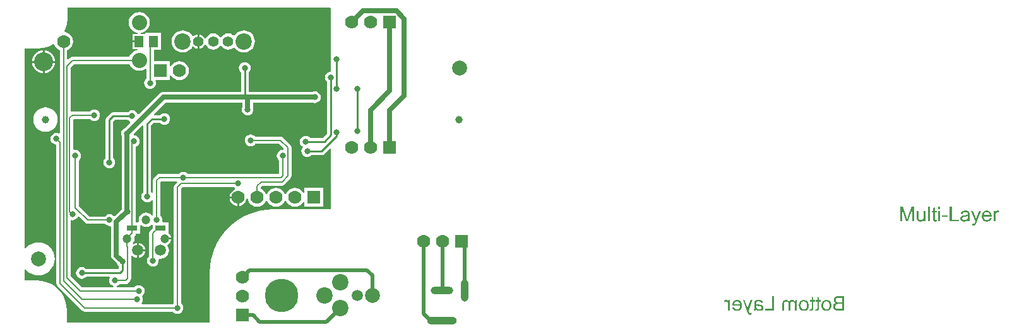
<source format=gbl>
%FSLAX25Y25*%
%MOIN*%
G70*
G01*
G75*
G04 Layer_Physical_Order=2*
G04 Layer_Color=16711680*
%ADD10R,0.02362X0.03543*%
%ADD11R,0.03543X0.02362*%
%ADD12R,0.03937X0.04331*%
%ADD13R,0.06299X0.13780*%
%ADD14R,0.05000X0.03600*%
%ADD15R,0.03600X0.03600*%
%ADD16R,0.06693X0.01750*%
%ADD17R,0.08661X0.05118*%
%ADD18R,0.06299X0.07874*%
%ADD19O,0.04921X0.01772*%
%ADD20R,0.06102X0.01378*%
%ADD21C,0.01000*%
%ADD22C,0.00800*%
%ADD23C,0.02500*%
%ADD24C,0.02000*%
%ADD25C,0.08000*%
%ADD26C,0.07000*%
%ADD27C,0.10000*%
%ADD28R,0.07000X0.07000*%
%ADD29C,0.04724*%
%ADD30C,0.05906*%
%ADD31R,0.07000X0.07000*%
%ADD32C,0.08661*%
%ADD33C,0.07874*%
G04:AMPARAMS|DCode=34|XSize=118.11mil|YSize=39.37mil|CornerRadius=19.69mil|HoleSize=0mil|Usage=FLASHONLY|Rotation=0.000|XOffset=0mil|YOffset=0mil|HoleType=Round|Shape=RoundedRectangle|*
%AMROUNDEDRECTD34*
21,1,0.11811,0.00000,0,0,0.0*
21,1,0.07874,0.03937,0,0,0.0*
1,1,0.03937,0.03937,0.00000*
1,1,0.03937,-0.03937,0.00000*
1,1,0.03937,-0.03937,0.00000*
1,1,0.03937,0.03937,0.00000*
%
%ADD34ROUNDEDRECTD34*%
%ADD35O,0.15748X0.03937*%
G04:AMPARAMS|DCode=36|XSize=118.11mil|YSize=39.37mil|CornerRadius=19.69mil|HoleSize=0mil|Usage=FLASHONLY|Rotation=90.000|XOffset=0mil|YOffset=0mil|HoleType=Round|Shape=RoundedRectangle|*
%AMROUNDEDRECTD36*
21,1,0.11811,0.00000,0,0,90.0*
21,1,0.07874,0.03937,0,0,90.0*
1,1,0.03937,0.00000,0.03937*
1,1,0.03937,0.00000,-0.03937*
1,1,0.03937,0.00000,-0.03937*
1,1,0.03937,0.00000,0.03937*
%
%ADD36ROUNDEDRECTD36*%
%ADD37C,0.05512*%
%ADD38C,0.17716*%
%ADD39C,0.07874*%
%ADD40C,0.03937*%
%ADD41C,0.03150*%
%ADD42R,0.05118X0.05906*%
%ADD43R,0.05315X0.02953*%
G36*
X409762Y6543D02*
Y5165D01*
X410462D01*
Y4432D01*
X409762D01*
Y1210D01*
Y1055D01*
Y921D01*
X409751Y799D01*
X409740Y677D01*
Y577D01*
X409729Y488D01*
X409707Y344D01*
X409684Y233D01*
X409673Y155D01*
X409651Y110D01*
Y99D01*
X409607Y-1D01*
X409540Y-78D01*
X409473Y-156D01*
X409418Y-212D01*
X409351Y-267D01*
X409307Y-301D01*
X409273Y-323D01*
X409262Y-334D01*
X409140Y-390D01*
X409018Y-423D01*
X408884Y-456D01*
X408751Y-467D01*
X408640Y-478D01*
X408551Y-490D01*
X408462D01*
X408218Y-478D01*
X408096Y-467D01*
X407985Y-445D01*
X407885Y-434D01*
X407807Y-423D01*
X407762Y-412D01*
X407740D01*
X407862Y421D01*
X407951Y410D01*
X408040Y399D01*
X408118D01*
X408173Y388D01*
X408285D01*
X408429Y399D01*
X408529Y421D01*
X408584Y444D01*
X408607Y455D01*
X408684Y510D01*
X408729Y566D01*
X408762Y610D01*
X408773Y632D01*
X408784Y688D01*
X408796Y766D01*
X408807Y944D01*
X408818Y1021D01*
Y1088D01*
Y1132D01*
Y1155D01*
Y4432D01*
X407862D01*
Y5165D01*
X408818D01*
Y7110D01*
X409762Y6543D01*
D02*
G37*
G36*
X73778Y67517D02*
X72583Y66323D01*
X72163Y65694D01*
X72016Y64953D01*
Y63500D01*
Y3436D01*
X71760Y3240D01*
X71564Y2984D01*
X55190D01*
X54899Y3575D01*
X55186Y3949D01*
X55496Y4697D01*
X55601Y5500D01*
X55496Y6303D01*
X55186Y7051D01*
X55477Y7641D01*
X55693Y7807D01*
X56186Y8449D01*
X56496Y9197D01*
X56601Y10000D01*
X56496Y10803D01*
X56186Y11551D01*
X55693Y12193D01*
X55051Y12686D01*
X54303Y12996D01*
X53500Y13101D01*
X52697Y12996D01*
X51949Y12686D01*
X51307Y12193D01*
X51111Y11937D01*
X41912D01*
X41803Y12504D01*
X42551Y12814D01*
X43193Y13307D01*
X43389Y13563D01*
X46500D01*
X47241Y13710D01*
X47870Y14130D01*
X48935Y15195D01*
X49355Y15824D01*
X49503Y16565D01*
Y28595D01*
X50093Y28795D01*
X50181Y28681D01*
X51007Y28047D01*
X51968Y27649D01*
X52500Y27579D01*
Y31500D01*
Y35421D01*
X51968Y35351D01*
X51007Y34953D01*
X50754Y34759D01*
X50333Y35180D01*
X50762Y35740D01*
X51151Y36679D01*
X51284Y37687D01*
X51151Y38696D01*
X51115Y38783D01*
X51435Y39102D01*
X51855Y39731D01*
X51974Y40331D01*
X54157D01*
Y44668D01*
X54748Y44846D01*
X55441Y44314D01*
X56380Y43925D01*
X57389Y43792D01*
X58397Y43925D01*
X59336Y44314D01*
X60143Y44933D01*
X60213Y45024D01*
X60804Y44824D01*
Y43071D01*
X59630Y41897D01*
X59210Y41269D01*
X59063Y40528D01*
Y28389D01*
X58807Y28193D01*
X58314Y27551D01*
X58004Y26803D01*
X57899Y26000D01*
X58004Y25197D01*
X58314Y24449D01*
X58807Y23807D01*
X59449Y23314D01*
X60197Y23004D01*
X61000Y22899D01*
X61803Y23004D01*
X62551Y23314D01*
X63193Y23807D01*
X63686Y24449D01*
X63996Y25197D01*
X64101Y26000D01*
X64030Y26541D01*
X64466Y27079D01*
X65000Y27009D01*
X66162Y27162D01*
X67246Y27610D01*
X68176Y28324D01*
X68889Y29254D01*
X69338Y30338D01*
X69491Y31500D01*
X69338Y32662D01*
X68889Y33746D01*
X68647Y34062D01*
X68799Y34633D01*
X69084Y34751D01*
X69787Y35289D01*
X70325Y35992D01*
X70664Y36810D01*
X70714Y37187D01*
X67389D01*
Y38187D01*
X70714D01*
X70664Y38565D01*
X70325Y39383D01*
X69787Y40085D01*
X69119Y40598D01*
Y46283D01*
X66386D01*
X66019Y46874D01*
X66101Y47500D01*
X65996Y48303D01*
X65686Y49051D01*
X65193Y49693D01*
X64937Y49889D01*
Y67698D01*
X65302Y68063D01*
X73552D01*
X73778Y67517D01*
D02*
G37*
G36*
X55961Y97267D02*
Y62311D01*
X55807Y62193D01*
X55314Y61551D01*
X55004Y60803D01*
X54899Y60000D01*
X55004Y59197D01*
X55314Y58449D01*
X55807Y57807D01*
X56449Y57314D01*
X57197Y57004D01*
X58000Y56899D01*
X58803Y57004D01*
X59551Y57314D01*
X60193Y57807D01*
X60472Y58171D01*
X61063Y57970D01*
Y50342D01*
X60538Y50055D01*
X60409Y50095D01*
X60143Y50442D01*
X59336Y51061D01*
X58397Y51450D01*
X57389Y51583D01*
X56380Y51450D01*
X55441Y51061D01*
X54634Y50442D01*
X54015Y49635D01*
X53626Y48696D01*
X53493Y47687D01*
X53600Y46874D01*
X53224Y46284D01*
X52003D01*
Y86308D01*
X52551Y86535D01*
X53193Y87028D01*
X53686Y87670D01*
X53996Y88418D01*
X54101Y89220D01*
X53996Y90023D01*
X53686Y90771D01*
X53193Y91413D01*
X52551Y91906D01*
X51803Y92216D01*
X51070Y92313D01*
X50938Y92514D01*
X50816Y92893D01*
X55415Y97493D01*
X55961Y97267D01*
D02*
G37*
G36*
X25130Y46130D02*
X25759Y45710D01*
X26500Y45563D01*
X35611D01*
X35807Y45307D01*
X36449Y44814D01*
X37197Y44504D01*
X38000Y44399D01*
X38368Y44447D01*
X38959Y43964D01*
Y28768D01*
X39053Y28050D01*
X39330Y27381D01*
X39771Y26806D01*
X42092Y24485D01*
X42314Y23949D01*
X42807Y23307D01*
X42961Y23189D01*
Y21845D01*
X42655Y21539D01*
X25811D01*
X25693Y21693D01*
X25051Y22186D01*
X24303Y22496D01*
X23500Y22601D01*
X22697Y22496D01*
X21949Y22186D01*
X21307Y21693D01*
X20814Y21051D01*
X20504Y20303D01*
X20399Y19500D01*
X20504Y18697D01*
X20814Y17949D01*
X21307Y17307D01*
X21949Y16814D01*
X22697Y16504D01*
X23500Y16399D01*
X24303Y16504D01*
X25051Y16814D01*
X25693Y17307D01*
X25811Y17461D01*
X37953D01*
X38239Y16870D01*
X38004Y16303D01*
X37899Y15500D01*
X38004Y14697D01*
X38314Y13949D01*
X38807Y13307D01*
X39449Y12814D01*
X40197Y12504D01*
X40088Y11937D01*
X23302D01*
X17437Y17802D01*
Y20500D01*
Y47025D01*
X18028Y47461D01*
X18500Y47399D01*
X19303Y47504D01*
X20051Y47814D01*
X20693Y48307D01*
X21186Y48949D01*
X21271Y49154D01*
X21967Y49293D01*
X25130Y46130D01*
D02*
G37*
G36*
X380943Y5277D02*
X381176Y5254D01*
X381398Y5221D01*
X381576Y5188D01*
X381732Y5154D01*
X381843Y5121D01*
X381887Y5110D01*
X381921Y5099D01*
X381932Y5088D01*
X381943D01*
X382132Y5010D01*
X382298Y4910D01*
X382443Y4821D01*
X382565Y4732D01*
X382654Y4643D01*
X382720Y4577D01*
X382765Y4532D01*
X382776Y4521D01*
X382876Y4377D01*
X382965Y4221D01*
X383032Y4065D01*
X383087Y3921D01*
X383132Y3777D01*
X383165Y3677D01*
X383176Y3632D01*
Y3599D01*
X383187Y3588D01*
Y3577D01*
X382265Y3455D01*
X382198Y3654D01*
X382132Y3832D01*
X382054Y3977D01*
X381987Y4088D01*
X381921Y4177D01*
X381865Y4232D01*
X381821Y4265D01*
X381809Y4277D01*
X381676Y4354D01*
X381521Y4410D01*
X381354Y4454D01*
X381198Y4477D01*
X381043Y4499D01*
X380932Y4510D01*
X380821D01*
X380565Y4499D01*
X380343Y4465D01*
X380165Y4410D01*
X380010Y4354D01*
X379899Y4288D01*
X379810Y4243D01*
X379754Y4199D01*
X379743Y4188D01*
X379654Y4088D01*
X379587Y3965D01*
X379532Y3832D01*
X379499Y3699D01*
X379476Y3577D01*
X379465Y3466D01*
Y3399D01*
Y3388D01*
Y3377D01*
Y3354D01*
Y3310D01*
Y3232D01*
X379476Y3166D01*
Y3143D01*
Y3132D01*
X379587Y3099D01*
X379710Y3066D01*
X379965Y2999D01*
X380254Y2943D01*
X380521Y2888D01*
X380654Y2866D01*
X380776Y2854D01*
X380887Y2832D01*
X380976Y2821D01*
X381054Y2810D01*
X381109D01*
X381154Y2799D01*
X381165D01*
X381365Y2777D01*
X381532Y2743D01*
X381676Y2721D01*
X381787Y2699D01*
X381876Y2688D01*
X381943Y2666D01*
X381987Y2655D01*
X381998D01*
X382143Y2610D01*
X382265Y2566D01*
X382387Y2510D01*
X382487Y2466D01*
X382576Y2421D01*
X382632Y2377D01*
X382676Y2355D01*
X382687Y2344D01*
X382798Y2266D01*
X382887Y2177D01*
X382976Y2088D01*
X383043Y1999D01*
X383098Y1921D01*
X383143Y1855D01*
X383165Y1810D01*
X383176Y1799D01*
X383231Y1677D01*
X383276Y1543D01*
X383309Y1421D01*
X383331Y1299D01*
X383343Y1199D01*
X383354Y1121D01*
Y1077D01*
Y1055D01*
X383343Y921D01*
X383331Y810D01*
X383276Y577D01*
X383198Y388D01*
X383109Y222D01*
X383020Y88D01*
X382943Y-12D01*
X382887Y-67D01*
X382865Y-90D01*
X382665Y-234D01*
X382443Y-345D01*
X382198Y-423D01*
X381976Y-478D01*
X381776Y-512D01*
X381687Y-523D01*
X381609D01*
X381543Y-534D01*
X381454D01*
X381254Y-523D01*
X381054Y-501D01*
X380876Y-478D01*
X380721Y-445D01*
X380598Y-412D01*
X380498Y-378D01*
X380432Y-367D01*
X380410Y-356D01*
X380221Y-279D01*
X380043Y-178D01*
X379876Y-67D01*
X379710Y33D01*
X379576Y133D01*
X379476Y210D01*
X379410Y266D01*
X379398Y288D01*
X379387D01*
X379365Y144D01*
X379343Y10D01*
X379321Y-112D01*
X379287Y-212D01*
X379254Y-301D01*
X379232Y-356D01*
X379221Y-401D01*
X379210Y-412D01*
X378221D01*
X378276Y-290D01*
X378332Y-167D01*
X378376Y-56D01*
X378399Y44D01*
X378432Y133D01*
X378443Y199D01*
X378454Y244D01*
Y255D01*
X378465Y333D01*
X378476Y433D01*
Y544D01*
X378487Y666D01*
X378499Y944D01*
Y1221D01*
X378510Y1488D01*
Y1610D01*
Y1710D01*
Y1799D01*
Y1866D01*
Y1910D01*
Y1921D01*
Y3188D01*
Y3399D01*
X378521Y3588D01*
X378532Y3732D01*
Y3854D01*
X378543Y3943D01*
X378554Y4010D01*
X378565Y4043D01*
Y4054D01*
X378599Y4199D01*
X378643Y4321D01*
X378688Y4421D01*
X378743Y4521D01*
X378787Y4588D01*
X378821Y4643D01*
X378843Y4677D01*
X378854Y4688D01*
X378943Y4777D01*
X379043Y4865D01*
X379154Y4932D01*
X379265Y4999D01*
X379365Y5043D01*
X379443Y5077D01*
X379499Y5099D01*
X379521Y5110D01*
X379698Y5165D01*
X379887Y5210D01*
X380076Y5243D01*
X380265Y5265D01*
X380432Y5277D01*
X380554Y5288D01*
X380676D01*
X380943Y5277D01*
D02*
G37*
G36*
X375488Y-412D02*
X375532Y-512D01*
X375554Y-590D01*
X375577Y-634D01*
Y-645D01*
X375643Y-834D01*
X375710Y-989D01*
X375754Y-1123D01*
X375799Y-1212D01*
X375821Y-1278D01*
X375843Y-1323D01*
X375866Y-1345D01*
Y-1356D01*
X375954Y-1478D01*
X376054Y-1567D01*
X376099Y-1601D01*
X376132Y-1623D01*
X376154Y-1645D01*
X376166D01*
X376243Y-1678D01*
X376321Y-1712D01*
X376488Y-1745D01*
X376554D01*
X376610Y-1756D01*
X376665D01*
X376843Y-1745D01*
X377021Y-1712D01*
X377088Y-1689D01*
X377143Y-1678D01*
X377188Y-1667D01*
X377199D01*
X377099Y-2545D01*
X376977Y-2589D01*
X376866Y-2612D01*
X376765Y-2634D01*
X376677Y-2656D01*
X376599D01*
X376543Y-2667D01*
X376499D01*
X376332Y-2656D01*
X376188Y-2634D01*
X376054Y-2600D01*
X375943Y-2556D01*
X375843Y-2512D01*
X375777Y-2478D01*
X375732Y-2456D01*
X375721Y-2445D01*
X375599Y-2356D01*
X375499Y-2245D01*
X375399Y-2134D01*
X375310Y-2023D01*
X375243Y-1923D01*
X375188Y-1845D01*
X375154Y-1790D01*
X375143Y-1767D01*
X375110Y-1689D01*
X375066Y-1612D01*
X374977Y-1423D01*
X374888Y-1212D01*
X374810Y-1001D01*
X374732Y-812D01*
X374699Y-723D01*
X374666Y-645D01*
X374643Y-590D01*
X374621Y-545D01*
X374610Y-512D01*
Y-501D01*
X372488Y5165D01*
X373432D01*
X374632Y1910D01*
X374721Y1677D01*
X374788Y1455D01*
X374866Y1233D01*
X374921Y1044D01*
X374966Y877D01*
X374988Y810D01*
X374999Y755D01*
X375010Y710D01*
X375021Y677D01*
X375032Y655D01*
Y644D01*
X375099Y899D01*
X375166Y1132D01*
X375232Y1355D01*
X375299Y1543D01*
X375355Y1699D01*
X375377Y1766D01*
X375399Y1821D01*
X375410Y1877D01*
X375421Y1910D01*
X375432Y1921D01*
Y1932D01*
X376599Y5165D01*
X377599D01*
X375488Y-412D01*
D02*
G37*
G36*
X398630Y5277D02*
X398819Y5243D01*
X398986Y5210D01*
X399130Y5165D01*
X399252Y5110D01*
X399341Y5077D01*
X399396Y5043D01*
X399419Y5032D01*
X399574Y4932D01*
X399708Y4821D01*
X399830Y4710D01*
X399930Y4599D01*
X400008Y4510D01*
X400074Y4432D01*
X400108Y4388D01*
X400119Y4366D01*
Y5165D01*
X400963D01*
Y-412D01*
X400019D01*
Y2477D01*
X400008Y2743D01*
X399996Y2977D01*
X399974Y3177D01*
X399941Y3343D01*
X399908Y3466D01*
X399885Y3554D01*
X399874Y3610D01*
X399863Y3632D01*
X399797Y3777D01*
X399719Y3899D01*
X399641Y4010D01*
X399563Y4099D01*
X399485Y4166D01*
X399430Y4210D01*
X399385Y4243D01*
X399374Y4254D01*
X399241Y4321D01*
X399119Y4377D01*
X398986Y4410D01*
X398874Y4443D01*
X398785Y4454D01*
X398708Y4465D01*
X398641D01*
X398452Y4454D01*
X398297Y4421D01*
X398163Y4366D01*
X398063Y4310D01*
X397986Y4243D01*
X397930Y4199D01*
X397897Y4154D01*
X397886Y4143D01*
X397808Y4010D01*
X397752Y3866D01*
X397708Y3710D01*
X397686Y3554D01*
X397663Y3421D01*
X397652Y3299D01*
Y3255D01*
Y3232D01*
Y3210D01*
Y3199D01*
Y-412D01*
X396708D01*
Y2821D01*
X396686Y3121D01*
X396641Y3377D01*
X396586Y3588D01*
X396508Y3766D01*
X396441Y3899D01*
X396375Y3988D01*
X396330Y4043D01*
X396319Y4065D01*
X396164Y4199D01*
X395997Y4299D01*
X395830Y4366D01*
X395675Y4421D01*
X395541Y4443D01*
X395430Y4454D01*
X395386Y4465D01*
X395330D01*
X395208Y4454D01*
X395108Y4443D01*
X395008Y4421D01*
X394930Y4388D01*
X394853Y4354D01*
X394808Y4332D01*
X394775Y4321D01*
X394764Y4310D01*
X394675Y4243D01*
X394608Y4177D01*
X394553Y4110D01*
X394508Y4043D01*
X394475Y3988D01*
X394453Y3943D01*
X394430Y3910D01*
Y3899D01*
X394397Y3799D01*
X394375Y3666D01*
X394364Y3532D01*
X394353Y3399D01*
X394341Y3277D01*
Y3177D01*
Y3110D01*
Y3099D01*
Y3088D01*
Y-412D01*
X393397D01*
Y3410D01*
Y3588D01*
X393419Y3743D01*
X393442Y3899D01*
X393464Y4032D01*
X393497Y4166D01*
X393542Y4277D01*
X393575Y4377D01*
X393619Y4477D01*
X393664Y4554D01*
X393697Y4632D01*
X393775Y4732D01*
X393819Y4799D01*
X393842Y4821D01*
X394019Y4976D01*
X394230Y5088D01*
X394442Y5176D01*
X394641Y5232D01*
X394830Y5265D01*
X394908Y5277D01*
X394986D01*
X395041Y5288D01*
X395119D01*
X395319Y5277D01*
X395497Y5243D01*
X395675Y5199D01*
X395841Y5132D01*
X395997Y5054D01*
X396141Y4976D01*
X396264Y4888D01*
X396386Y4799D01*
X396497Y4699D01*
X396586Y4610D01*
X396663Y4532D01*
X396730Y4454D01*
X396786Y4388D01*
X396819Y4343D01*
X396841Y4310D01*
X396852Y4299D01*
X396919Y4465D01*
X397008Y4610D01*
X397108Y4732D01*
X397197Y4832D01*
X397286Y4921D01*
X397352Y4976D01*
X397397Y5010D01*
X397419Y5021D01*
X397574Y5110D01*
X397741Y5176D01*
X397908Y5221D01*
X398074Y5254D01*
X398208Y5277D01*
X398330Y5288D01*
X398430D01*
X398630Y5277D01*
D02*
G37*
G36*
X412751Y6543D02*
Y5165D01*
X413451D01*
Y4432D01*
X412751D01*
Y1210D01*
Y1055D01*
Y921D01*
X412740Y799D01*
X412729Y677D01*
Y577D01*
X412717Y488D01*
X412695Y344D01*
X412673Y233D01*
X412662Y155D01*
X412640Y110D01*
Y99D01*
X412595Y-1D01*
X412529Y-78D01*
X412462Y-156D01*
X412406Y-212D01*
X412340Y-267D01*
X412295Y-301D01*
X412262Y-323D01*
X412251Y-334D01*
X412129Y-390D01*
X412006Y-423D01*
X411873Y-456D01*
X411740Y-467D01*
X411629Y-478D01*
X411540Y-490D01*
X411451D01*
X411206Y-478D01*
X411084Y-467D01*
X410973Y-445D01*
X410873Y-434D01*
X410795Y-423D01*
X410751Y-412D01*
X410729D01*
X410851Y421D01*
X410940Y410D01*
X411029Y399D01*
X411106D01*
X411162Y388D01*
X411273D01*
X411418Y399D01*
X411518Y421D01*
X411573Y444D01*
X411595Y455D01*
X411673Y510D01*
X411718Y566D01*
X411751Y610D01*
X411762Y632D01*
X411773Y688D01*
X411784Y766D01*
X411795Y944D01*
X411806Y1021D01*
Y1088D01*
Y1132D01*
Y1155D01*
Y4432D01*
X410851D01*
Y5165D01*
X411806D01*
Y7110D01*
X412751Y6543D01*
D02*
G37*
G36*
X388931Y-412D02*
X384120D01*
Y499D01*
X387909D01*
Y7276D01*
X388931D01*
Y-412D01*
D02*
G37*
G36*
X425972D02*
X423039D01*
X422772Y-401D01*
X422539Y-390D01*
X422328Y-367D01*
X422150Y-345D01*
X422005Y-323D01*
X421894Y-312D01*
X421828Y-290D01*
X421805D01*
X421617Y-234D01*
X421461Y-178D01*
X421317Y-112D01*
X421194Y-45D01*
X421094Y-1D01*
X421017Y44D01*
X420972Y77D01*
X420961Y88D01*
X420839Y188D01*
X420728Y310D01*
X420639Y433D01*
X420550Y544D01*
X420483Y655D01*
X420439Y733D01*
X420406Y788D01*
X420394Y810D01*
X420317Y988D01*
X420261Y1166D01*
X420217Y1333D01*
X420194Y1488D01*
X420172Y1621D01*
X420161Y1732D01*
Y1799D01*
Y1810D01*
Y1821D01*
X420172Y2066D01*
X420217Y2288D01*
X420283Y2477D01*
X420350Y2655D01*
X420417Y2788D01*
X420483Y2888D01*
X420528Y2954D01*
X420539Y2977D01*
X420694Y3154D01*
X420861Y3299D01*
X421050Y3421D01*
X421217Y3521D01*
X421372Y3599D01*
X421505Y3643D01*
X421550Y3666D01*
X421583Y3677D01*
X421605Y3688D01*
X421617D01*
X421428Y3799D01*
X421261Y3910D01*
X421128Y4032D01*
X421017Y4143D01*
X420928Y4232D01*
X420861Y4321D01*
X420828Y4366D01*
X420817Y4388D01*
X420728Y4554D01*
X420661Y4710D01*
X420606Y4865D01*
X420572Y5010D01*
X420550Y5132D01*
X420539Y5232D01*
Y5288D01*
Y5310D01*
X420550Y5499D01*
X420583Y5688D01*
X420639Y5854D01*
X420694Y6010D01*
X420750Y6143D01*
X420806Y6232D01*
X420839Y6299D01*
X420850Y6321D01*
X420972Y6487D01*
X421105Y6643D01*
X421250Y6765D01*
X421383Y6865D01*
X421494Y6943D01*
X421594Y6999D01*
X421661Y7032D01*
X421672Y7043D01*
X421683D01*
X421894Y7121D01*
X422128Y7176D01*
X422361Y7221D01*
X422583Y7243D01*
X422783Y7265D01*
X422872D01*
X422950Y7276D01*
X425972D01*
Y-412D01*
D02*
G37*
G36*
X363778Y5277D02*
X363889Y5254D01*
X364000Y5221D01*
X364089Y5188D01*
X364156Y5154D01*
X364222Y5121D01*
X364256Y5099D01*
X364267Y5088D01*
X364367Y4999D01*
X364467Y4888D01*
X364567Y4754D01*
X364656Y4632D01*
X364744Y4510D01*
X364800Y4410D01*
X364844Y4332D01*
X364856Y4321D01*
Y5165D01*
X365711D01*
Y-412D01*
X364767D01*
Y2499D01*
X364756Y2721D01*
X364744Y2921D01*
X364722Y3110D01*
X364689Y3277D01*
X364656Y3410D01*
X364633Y3510D01*
X364622Y3577D01*
X364611Y3599D01*
X364567Y3721D01*
X364511Y3821D01*
X364456Y3910D01*
X364400Y3988D01*
X364345Y4043D01*
X364311Y4088D01*
X364278Y4110D01*
X364267Y4121D01*
X364178Y4188D01*
X364078Y4232D01*
X363978Y4265D01*
X363900Y4288D01*
X363822Y4299D01*
X363767Y4310D01*
X363711D01*
X363589Y4299D01*
X363467Y4277D01*
X363345Y4243D01*
X363245Y4210D01*
X363156Y4177D01*
X363089Y4143D01*
X363045Y4121D01*
X363034Y4110D01*
X362689Y4976D01*
X362878Y5077D01*
X363056Y5154D01*
X363211Y5210D01*
X363356Y5254D01*
X363478Y5277D01*
X363578Y5288D01*
X363656D01*
X363778Y5277D01*
D02*
G37*
G36*
X404863D02*
X405040Y5265D01*
X405385Y5188D01*
X405685Y5088D01*
X405818Y5032D01*
X405940Y4976D01*
X406051Y4921D01*
X406140Y4865D01*
X406229Y4810D01*
X406296Y4765D01*
X406351Y4721D01*
X406396Y4688D01*
X406418Y4677D01*
X406429Y4665D01*
X406585Y4521D01*
X406707Y4354D01*
X406829Y4177D01*
X406918Y3999D01*
X407007Y3810D01*
X407073Y3610D01*
X407129Y3421D01*
X407173Y3243D01*
X407218Y3066D01*
X407240Y2910D01*
X407262Y2754D01*
X407273Y2632D01*
Y2521D01*
X407285Y2444D01*
Y2399D01*
Y2377D01*
X407273Y2121D01*
X407251Y1877D01*
X407218Y1655D01*
X407173Y1444D01*
X407118Y1255D01*
X407062Y1077D01*
X406996Y910D01*
X406929Y766D01*
X406862Y632D01*
X406796Y521D01*
X406740Y433D01*
X406685Y355D01*
X406640Y288D01*
X406607Y244D01*
X406585Y222D01*
X406574Y210D01*
X406429Y77D01*
X406285Y-34D01*
X406129Y-134D01*
X405974Y-223D01*
X405818Y-290D01*
X405652Y-356D01*
X405351Y-445D01*
X405218Y-467D01*
X405085Y-490D01*
X404974Y-512D01*
X404874Y-523D01*
X404785Y-534D01*
X404674D01*
X404407Y-523D01*
X404163Y-478D01*
X403929Y-423D01*
X403741Y-367D01*
X403574Y-301D01*
X403507Y-279D01*
X403452Y-256D01*
X403396Y-234D01*
X403363Y-212D01*
X403352Y-201D01*
X403341D01*
X403118Y-56D01*
X402929Y99D01*
X402763Y255D01*
X402630Y410D01*
X402530Y544D01*
X402452Y655D01*
X402430Y699D01*
X402407Y733D01*
X402396Y744D01*
Y755D01*
X402285Y1010D01*
X402207Y1288D01*
X402141Y1566D01*
X402107Y1843D01*
X402085Y1966D01*
Y2077D01*
X402074Y2188D01*
X402063Y2277D01*
Y2355D01*
Y2410D01*
Y2444D01*
Y2455D01*
X402074Y2699D01*
X402096Y2921D01*
X402130Y3132D01*
X402174Y3332D01*
X402230Y3521D01*
X402296Y3688D01*
X402363Y3854D01*
X402430Y3988D01*
X402496Y4110D01*
X402563Y4221D01*
X402630Y4321D01*
X402685Y4399D01*
X402730Y4454D01*
X402763Y4499D01*
X402785Y4521D01*
X402796Y4532D01*
X402941Y4665D01*
X403085Y4777D01*
X403241Y4888D01*
X403396Y4965D01*
X403552Y5043D01*
X403707Y5099D01*
X404007Y5199D01*
X404152Y5221D01*
X404274Y5243D01*
X404385Y5265D01*
X404485Y5277D01*
X404563Y5288D01*
X404674D01*
X404863Y5277D01*
D02*
G37*
G36*
X416817D02*
X416995Y5265D01*
X417339Y5188D01*
X417639Y5088D01*
X417772Y5032D01*
X417895Y4976D01*
X418006Y4921D01*
X418095Y4865D01*
X418184Y4810D01*
X418250Y4765D01*
X418306Y4721D01*
X418350Y4688D01*
X418372Y4677D01*
X418384Y4665D01*
X418539Y4521D01*
X418661Y4354D01*
X418784Y4177D01*
X418872Y3999D01*
X418961Y3810D01*
X419028Y3610D01*
X419083Y3421D01*
X419128Y3243D01*
X419172Y3066D01*
X419195Y2910D01*
X419217Y2754D01*
X419228Y2632D01*
Y2521D01*
X419239Y2444D01*
Y2399D01*
Y2377D01*
X419228Y2121D01*
X419206Y1877D01*
X419172Y1655D01*
X419128Y1444D01*
X419072Y1255D01*
X419017Y1077D01*
X418950Y910D01*
X418884Y766D01*
X418817Y632D01*
X418750Y521D01*
X418695Y433D01*
X418639Y355D01*
X418595Y288D01*
X418561Y244D01*
X418539Y222D01*
X418528Y210D01*
X418384Y77D01*
X418239Y-34D01*
X418084Y-134D01*
X417928Y-223D01*
X417772Y-290D01*
X417606Y-356D01*
X417306Y-445D01*
X417172Y-467D01*
X417039Y-490D01*
X416928Y-512D01*
X416828Y-523D01*
X416739Y-534D01*
X416628D01*
X416362Y-523D01*
X416117Y-478D01*
X415884Y-423D01*
X415695Y-367D01*
X415528Y-301D01*
X415462Y-279D01*
X415406Y-256D01*
X415350Y-234D01*
X415317Y-212D01*
X415306Y-201D01*
X415295D01*
X415073Y-56D01*
X414884Y99D01*
X414717Y255D01*
X414584Y410D01*
X414484Y544D01*
X414406Y655D01*
X414384Y699D01*
X414362Y733D01*
X414351Y744D01*
Y755D01*
X414240Y1010D01*
X414162Y1288D01*
X414095Y1566D01*
X414062Y1843D01*
X414040Y1966D01*
Y2077D01*
X414028Y2188D01*
X414017Y2277D01*
Y2355D01*
Y2410D01*
Y2444D01*
Y2455D01*
X414028Y2699D01*
X414051Y2921D01*
X414084Y3132D01*
X414128Y3332D01*
X414184Y3521D01*
X414251Y3688D01*
X414317Y3854D01*
X414384Y3988D01*
X414451Y4110D01*
X414517Y4221D01*
X414584Y4321D01*
X414640Y4399D01*
X414684Y4454D01*
X414717Y4499D01*
X414740Y4521D01*
X414751Y4532D01*
X414895Y4665D01*
X415039Y4777D01*
X415195Y4888D01*
X415350Y4965D01*
X415506Y5043D01*
X415662Y5099D01*
X415962Y5199D01*
X416106Y5221D01*
X416228Y5243D01*
X416339Y5265D01*
X416439Y5277D01*
X416517Y5288D01*
X416628D01*
X416817Y5277D01*
D02*
G37*
G36*
X155001Y159555D02*
X155001Y126102D01*
X155000Y126101D01*
X154197Y125996D01*
X153449Y125686D01*
X152807Y125193D01*
X152314Y124551D01*
X152004Y123803D01*
X151899Y123000D01*
X152004Y122197D01*
X152314Y121449D01*
X152807Y120807D01*
X152961Y120689D01*
Y93345D01*
X150632Y91016D01*
X144043D01*
X143925Y91169D01*
X143283Y91662D01*
X142535Y91972D01*
X141732Y92078D01*
X140930Y91972D01*
X140182Y91662D01*
X139539Y91169D01*
X139047Y90527D01*
X138737Y89779D01*
X138631Y88976D01*
X138737Y88174D01*
X139047Y87426D01*
X139539Y86783D01*
X139871Y86529D01*
X140181Y86290D01*
X139961Y85743D01*
X139814Y85551D01*
X139504Y84803D01*
X139399Y84000D01*
X139504Y83197D01*
X139814Y82449D01*
X140307Y81807D01*
X140949Y81314D01*
X141697Y81004D01*
X142500Y80899D01*
X143303Y81004D01*
X144051Y81314D01*
X144693Y81807D01*
X144811Y81961D01*
X150000D01*
X150780Y82116D01*
X151442Y82558D01*
X154455Y85571D01*
X155000Y85345D01*
X155000Y53206D01*
X124311D01*
X124210Y53186D01*
X121030Y53030D01*
X117805Y52552D01*
X114641Y51759D01*
X111570Y50660D01*
X108622Y49266D01*
X105825Y47589D01*
X103205Y45647D01*
X100789Y43456D01*
X98598Y41040D01*
X96656Y38420D01*
X94979Y35623D01*
X93585Y32675D01*
X92486Y29604D01*
X91694Y26441D01*
X91215Y23215D01*
X91055Y19957D01*
X91062D01*
Y9436D01*
Y5058D01*
X91078Y4976D01*
Y-6842D01*
X15510D01*
Y-0D01*
X15510Y0D01*
X15524D01*
X15333Y2428D01*
X14764Y4797D01*
X13832Y7048D01*
X12559Y9125D01*
X10977Y10977D01*
X9125Y12559D01*
X7048Y13832D01*
X4797Y14764D01*
X2428Y15333D01*
X0Y15524D01*
Y15510D01*
X-6856D01*
Y21324D01*
X-6266Y21535D01*
X-5679Y20821D01*
X-4355Y19734D01*
X-2844Y18926D01*
X-1205Y18429D01*
X500Y18261D01*
X2205Y18429D01*
X3844Y18926D01*
X5355Y19734D01*
X6679Y20821D01*
X7766Y22145D01*
X8574Y23656D01*
X9071Y25295D01*
X9239Y27000D01*
X9071Y28705D01*
X8574Y30344D01*
X7766Y31855D01*
X6679Y33179D01*
X5355Y34266D01*
X3844Y35074D01*
X2205Y35571D01*
X500Y35739D01*
X-1205Y35571D01*
X-2844Y35074D01*
X-4355Y34266D01*
X-5679Y33179D01*
X-6266Y32465D01*
X-6856Y32676D01*
Y138306D01*
X272D01*
Y138291D01*
X2701Y138482D01*
X5069Y139051D01*
X7320Y139983D01*
X8363Y140622D01*
X9057Y140355D01*
X9412Y139497D01*
X10214Y138452D01*
X11258Y137651D01*
X11842Y137409D01*
Y93666D01*
X11252Y93310D01*
X10803Y93496D01*
X10000Y93601D01*
X9197Y93496D01*
X8449Y93186D01*
X7807Y92693D01*
X7314Y92051D01*
X7004Y91303D01*
X6899Y90500D01*
X7004Y89697D01*
X7314Y88949D01*
X7807Y88307D01*
X8449Y87814D01*
X9197Y87504D01*
X10000Y87399D01*
X10063Y87344D01*
Y78000D01*
Y14000D01*
X10210Y13259D01*
X10630Y12630D01*
X23583Y-323D01*
X24211Y-742D01*
X24953Y-890D01*
X71564D01*
X71760Y-1146D01*
X72402Y-1639D01*
X73150Y-1948D01*
X73953Y-2054D01*
X74755Y-1948D01*
X75503Y-1639D01*
X76146Y-1146D01*
X76639Y-503D01*
X76948Y245D01*
X77054Y1047D01*
X76948Y1850D01*
X76639Y2598D01*
X76146Y3240D01*
X75890Y3436D01*
Y63500D01*
Y64150D01*
X76802Y65063D01*
X103611D01*
X103807Y64807D01*
X104404Y64349D01*
X104431Y64136D01*
X104385Y63702D01*
X103731Y63431D01*
X102791Y62709D01*
X102069Y61769D01*
X101616Y60675D01*
X101527Y60000D01*
X106000D01*
Y59500D01*
X106500D01*
Y55027D01*
X107175Y55116D01*
X108269Y55569D01*
X109209Y56291D01*
X109931Y57231D01*
X110384Y58325D01*
X110450Y58825D01*
X111046D01*
X111129Y58195D01*
X111633Y56978D01*
X112434Y55934D01*
X113478Y55133D01*
X114695Y54629D01*
X116000Y54457D01*
X117305Y54629D01*
X118522Y55133D01*
X119566Y55934D01*
X120368Y56978D01*
X120680Y57734D01*
X121320D01*
X121633Y56978D01*
X122434Y55934D01*
X123478Y55133D01*
X124695Y54629D01*
X126000Y54457D01*
X127305Y54629D01*
X128522Y55133D01*
X129566Y55934D01*
X130368Y56978D01*
X130680Y57734D01*
X131320D01*
X131632Y56978D01*
X132434Y55934D01*
X133478Y55133D01*
X134695Y54629D01*
X136000Y54457D01*
X137305Y54629D01*
X138522Y55133D01*
X139566Y55934D01*
X140367Y56978D01*
X140409Y57080D01*
X141000Y56962D01*
Y54500D01*
X151000D01*
Y64500D01*
X141000D01*
Y62038D01*
X140409Y61920D01*
X140367Y62022D01*
X139566Y63066D01*
X138522Y63867D01*
X137305Y64371D01*
X136000Y64543D01*
X134695Y64371D01*
X133478Y63867D01*
X132434Y63066D01*
X131632Y62022D01*
X131320Y61266D01*
X130680D01*
X130368Y62022D01*
X129566Y63066D01*
X128522Y63867D01*
X127305Y64371D01*
X126000Y64543D01*
X124695Y64371D01*
X123478Y63867D01*
X122434Y63066D01*
X121633Y62022D01*
X121320Y61266D01*
X120680D01*
X120368Y62022D01*
X119566Y63066D01*
X118522Y63867D01*
X117937Y64109D01*
Y64804D01*
X118913Y65779D01*
X129134D01*
X129875Y65927D01*
X130504Y66347D01*
X133653Y69496D01*
X134073Y70125D01*
X134221Y70866D01*
Y85827D01*
X134073Y86568D01*
X133653Y87197D01*
X129716Y91134D01*
X129088Y91553D01*
X128347Y91701D01*
X114988D01*
X114791Y91957D01*
X114149Y92450D01*
X113401Y92759D01*
X112598Y92865D01*
X111796Y92759D01*
X111048Y92450D01*
X110406Y91957D01*
X109913Y91314D01*
X109603Y90566D01*
X109497Y89764D01*
X109603Y88961D01*
X109913Y88213D01*
X110406Y87571D01*
X111048Y87078D01*
X111796Y86768D01*
X112598Y86663D01*
X113401Y86768D01*
X114149Y87078D01*
X114791Y87571D01*
X114988Y87827D01*
X127544D01*
X129943Y85428D01*
X129918Y85104D01*
X129500Y84601D01*
X128697Y84496D01*
X127949Y84186D01*
X127307Y83693D01*
X126814Y83051D01*
X126504Y82303D01*
X126399Y81500D01*
X126504Y80697D01*
X126814Y79949D01*
X127307Y79307D01*
X127563Y79111D01*
Y71937D01*
X79389D01*
X79193Y72193D01*
X78551Y72686D01*
X77803Y72996D01*
X77000Y73101D01*
X76197Y72996D01*
X75449Y72686D01*
X74807Y72193D01*
X74611Y71937D01*
X64500D01*
X63759Y71790D01*
X63130Y71370D01*
X61630Y69870D01*
X61210Y69241D01*
X61063Y68500D01*
Y62029D01*
X60472Y61829D01*
X60193Y62193D01*
X60039Y62311D01*
Y97655D01*
X61345Y98961D01*
X64689D01*
X64807Y98807D01*
X65449Y98314D01*
X66197Y98004D01*
X67000Y97899D01*
X67803Y98004D01*
X68551Y98314D01*
X69193Y98807D01*
X69686Y99449D01*
X69996Y100197D01*
X70101Y101000D01*
X69996Y101803D01*
X69686Y102551D01*
X69193Y103193D01*
X68551Y103686D01*
X67803Y103996D01*
X67000Y104101D01*
X66197Y103996D01*
X65449Y103686D01*
X64807Y103193D01*
X64689Y103039D01*
X61733D01*
X61507Y103585D01*
X67649Y109726D01*
X108226D01*
Y107339D01*
X108004Y106803D01*
X107899Y106000D01*
X108004Y105197D01*
X108314Y104449D01*
X108807Y103807D01*
X109449Y103314D01*
X110197Y103004D01*
X111000Y102899D01*
X111803Y103004D01*
X112551Y103314D01*
X113193Y103807D01*
X113686Y104449D01*
X113996Y105197D01*
X114101Y106000D01*
X113996Y106803D01*
X113774Y107339D01*
Y109726D01*
X145161D01*
X145697Y109504D01*
X146500Y109399D01*
X147303Y109504D01*
X148051Y109814D01*
X148693Y110307D01*
X149186Y110949D01*
X149496Y111697D01*
X149601Y112500D01*
X149496Y113303D01*
X149186Y114051D01*
X148693Y114693D01*
X148051Y115186D01*
X147303Y115496D01*
X146500Y115601D01*
X145697Y115496D01*
X145161Y115274D01*
X111539D01*
Y125689D01*
X111693Y125807D01*
X112186Y126449D01*
X112496Y127197D01*
X112601Y128000D01*
X112496Y128803D01*
X112186Y129551D01*
X111693Y130193D01*
X111051Y130686D01*
X110303Y130996D01*
X109500Y131101D01*
X108697Y130996D01*
X107949Y130686D01*
X107307Y130193D01*
X106814Y129551D01*
X106504Y128803D01*
X106399Y128000D01*
X106504Y127197D01*
X106814Y126449D01*
X107307Y125807D01*
X107461Y125689D01*
Y115274D01*
X66500D01*
X65782Y115179D01*
X65113Y114902D01*
X64539Y114461D01*
X53541Y103464D01*
X52864Y103621D01*
X52686Y104051D01*
X52193Y104693D01*
X51551Y105186D01*
X50803Y105496D01*
X50000Y105601D01*
X49197Y105496D01*
X48449Y105186D01*
X47807Y104693D01*
X47689Y104539D01*
X40000D01*
X39220Y104384D01*
X38558Y103942D01*
X36558Y101942D01*
X36116Y101280D01*
X35961Y100500D01*
Y80311D01*
X35807Y80193D01*
X35314Y79551D01*
X35004Y78803D01*
X34899Y78000D01*
X35004Y77197D01*
X35314Y76449D01*
X35807Y75807D01*
X36449Y75314D01*
X37197Y75004D01*
X38000Y74899D01*
X38803Y75004D01*
X39551Y75314D01*
X40193Y75807D01*
X40686Y76449D01*
X40996Y77197D01*
X41101Y78000D01*
X40996Y78803D01*
X40686Y79551D01*
X40193Y80193D01*
X40039Y80311D01*
Y99655D01*
X40845Y100461D01*
X47689D01*
X47807Y100307D01*
X48449Y99814D01*
X48879Y99636D01*
X49036Y98959D01*
X46374Y96296D01*
X45838Y96074D01*
X45196Y95582D01*
X44703Y94939D01*
X44393Y94191D01*
X44287Y93389D01*
X44393Y92586D01*
X44615Y92050D01*
Y53262D01*
X40880Y49527D01*
X40291Y49566D01*
X40193Y49693D01*
X39551Y50186D01*
X38803Y50496D01*
X38000Y50601D01*
X37197Y50496D01*
X36449Y50186D01*
X35807Y49693D01*
X35611Y49437D01*
X27302D01*
X21937Y54802D01*
Y79111D01*
X22193Y79307D01*
X22686Y79949D01*
X22996Y80697D01*
X23101Y81500D01*
X22996Y82303D01*
X22686Y83051D01*
X22193Y83693D01*
X21551Y84186D01*
X20803Y84496D01*
X20000Y84601D01*
X19528Y84539D01*
X18937Y84975D01*
Y100698D01*
X19302Y101063D01*
X27611D01*
X27807Y100807D01*
X28449Y100314D01*
X29197Y100004D01*
X30000Y99899D01*
X30803Y100004D01*
X31551Y100314D01*
X32193Y100807D01*
X32686Y101449D01*
X32996Y102197D01*
X33101Y103000D01*
X32996Y103803D01*
X32686Y104551D01*
X32193Y105193D01*
X31551Y105686D01*
X30803Y105996D01*
X30000Y106101D01*
X29197Y105996D01*
X28449Y105686D01*
X27807Y105193D01*
X27611Y104937D01*
X18500D01*
X18028Y104843D01*
X17437Y105231D01*
Y128198D01*
X19321Y130081D01*
X48629D01*
X48975Y129244D01*
X49857Y128095D01*
X51006Y127214D01*
X52344Y126660D01*
X53780Y126471D01*
X55215Y126660D01*
X56553Y127214D01*
X57033Y127582D01*
X57563Y127321D01*
Y122389D01*
X57307Y122193D01*
X56814Y121551D01*
X56504Y120803D01*
X56399Y120000D01*
X56504Y119197D01*
X56814Y118449D01*
X57307Y117807D01*
X57949Y117314D01*
X58697Y117004D01*
X59500Y116899D01*
X60303Y117004D01*
X61051Y117314D01*
X61693Y117807D01*
X62186Y118449D01*
X62496Y119197D01*
X62601Y120000D01*
X62496Y120803D01*
X62410Y121009D01*
X62738Y121500D01*
X70000D01*
Y123962D01*
X70591Y124080D01*
X70632Y123978D01*
X71434Y122934D01*
X72478Y122133D01*
X73695Y121629D01*
X75000Y121457D01*
X76305Y121629D01*
X77522Y122133D01*
X78566Y122934D01*
X79368Y123978D01*
X79871Y125195D01*
X80043Y126500D01*
X79871Y127805D01*
X79368Y129022D01*
X78566Y130066D01*
X77522Y130868D01*
X76305Y131371D01*
X75000Y131543D01*
X73695Y131371D01*
X72478Y130868D01*
X71434Y130066D01*
X70632Y129022D01*
X70591Y128920D01*
X70000Y129038D01*
Y131500D01*
X61437D01*
Y137565D01*
X65211D01*
Y146471D01*
X57092D01*
Y145971D01*
X54508D01*
X54469Y146562D01*
X55215Y146660D01*
X56553Y147214D01*
X57702Y148096D01*
X58584Y149244D01*
X59138Y150582D01*
X59327Y152018D01*
X59138Y153454D01*
X58584Y154792D01*
X57702Y155941D01*
X56553Y156822D01*
X55215Y157377D01*
X53780Y157566D01*
X52344Y157377D01*
X51006Y156822D01*
X49857Y155941D01*
X48975Y154792D01*
X48421Y153454D01*
X48232Y152018D01*
X48421Y150582D01*
X48975Y149244D01*
X49857Y148096D01*
X51006Y147214D01*
X52344Y146660D01*
X53090Y146562D01*
X53051Y145971D01*
X50112D01*
Y142518D01*
X53671D01*
Y141518D01*
X50112D01*
Y138065D01*
X53051D01*
X53090Y137475D01*
X52344Y137377D01*
X51006Y136822D01*
X49857Y135941D01*
X48975Y134792D01*
X48629Y133955D01*
X18518D01*
X17777Y133808D01*
X17148Y133388D01*
X16262Y132502D01*
X15717Y132728D01*
Y137409D01*
X16301Y137651D01*
X17346Y138452D01*
X18147Y139497D01*
X18651Y140713D01*
X18823Y142018D01*
X18651Y143323D01*
X18147Y144540D01*
X17346Y145584D01*
X16301Y146386D01*
X15085Y146889D01*
X14684Y146942D01*
X14389Y147454D01*
X15037Y149018D01*
X15605Y151387D01*
X15788Y153712D01*
X15812Y153829D01*
Y159973D01*
X154583D01*
X155001Y159555D01*
D02*
G37*
G36*
X369611Y5277D02*
X369811Y5254D01*
X370000Y5221D01*
X370177Y5165D01*
X370344Y5110D01*
X370499Y5043D01*
X370644Y4976D01*
X370766Y4899D01*
X370888Y4832D01*
X370988Y4754D01*
X371077Y4688D01*
X371144Y4632D01*
X371199Y4577D01*
X371244Y4543D01*
X371266Y4521D01*
X371277Y4510D01*
X371399Y4354D01*
X371510Y4188D01*
X371610Y4021D01*
X371699Y3843D01*
X371766Y3654D01*
X371821Y3477D01*
X371910Y3121D01*
X371944Y2966D01*
X371966Y2810D01*
X371977Y2677D01*
X371988Y2555D01*
X371999Y2455D01*
Y2388D01*
Y2332D01*
Y2321D01*
X371988Y2077D01*
X371966Y1843D01*
X371933Y1621D01*
X371888Y1421D01*
X371833Y1233D01*
X371777Y1055D01*
X371710Y899D01*
X371644Y755D01*
X371577Y632D01*
X371510Y521D01*
X371455Y433D01*
X371399Y355D01*
X371355Y288D01*
X371322Y244D01*
X371299Y222D01*
X371288Y210D01*
X371144Y77D01*
X370999Y-34D01*
X370844Y-134D01*
X370677Y-223D01*
X370522Y-290D01*
X370355Y-356D01*
X370044Y-445D01*
X369900Y-467D01*
X369766Y-490D01*
X369644Y-512D01*
X369544Y-523D01*
X369466Y-534D01*
X369344D01*
X369000Y-512D01*
X368689Y-456D01*
X368411Y-390D01*
X368300Y-345D01*
X368189Y-301D01*
X368089Y-256D01*
X368000Y-212D01*
X367933Y-178D01*
X367866Y-145D01*
X367822Y-112D01*
X367789Y-90D01*
X367766Y-67D01*
X367755D01*
X367533Y133D01*
X367355Y344D01*
X367200Y566D01*
X367089Y777D01*
X367000Y966D01*
X366966Y1055D01*
X366933Y1121D01*
X366911Y1188D01*
X366900Y1233D01*
X366889Y1255D01*
Y1266D01*
X367866Y1388D01*
X367955Y1177D01*
X368055Y999D01*
X368155Y844D01*
X368244Y721D01*
X368322Y632D01*
X368389Y566D01*
X368444Y521D01*
X368455Y510D01*
X368600Y421D01*
X368744Y355D01*
X368900Y310D01*
X369033Y277D01*
X369155Y255D01*
X369255Y244D01*
X369344D01*
X369477Y255D01*
X369600Y266D01*
X369822Y322D01*
X370022Y399D01*
X370199Y488D01*
X370333Y566D01*
X370433Y644D01*
X370499Y699D01*
X370511Y721D01*
X370522D01*
X370677Y921D01*
X370799Y1144D01*
X370888Y1388D01*
X370955Y1610D01*
X370988Y1810D01*
X371010Y1899D01*
X371022Y1977D01*
Y2043D01*
X371033Y2088D01*
Y2121D01*
Y2132D01*
X366866D01*
X366855Y2244D01*
Y2321D01*
Y2366D01*
Y2377D01*
X366866Y2632D01*
X366889Y2866D01*
X366922Y3088D01*
X366966Y3299D01*
X367022Y3488D01*
X367078Y3666D01*
X367144Y3821D01*
X367211Y3965D01*
X367278Y4099D01*
X367344Y4210D01*
X367400Y4299D01*
X367455Y4377D01*
X367500Y4443D01*
X367533Y4488D01*
X367555Y4510D01*
X367566Y4521D01*
X367700Y4654D01*
X367844Y4777D01*
X368000Y4877D01*
X368155Y4965D01*
X368311Y5043D01*
X368455Y5099D01*
X368611Y5154D01*
X368744Y5188D01*
X368888Y5221D01*
X369011Y5243D01*
X369122Y5265D01*
X369211Y5277D01*
X369288Y5288D01*
X369399D01*
X369611Y5277D01*
D02*
G37*
%LPC*%
G36*
X424950Y3143D02*
X422928D01*
X422694Y3121D01*
X422505Y3099D01*
X422350Y3077D01*
X422228Y3054D01*
X422128Y3032D01*
X422083Y3021D01*
X422061Y3010D01*
X421916Y2954D01*
X421794Y2888D01*
X421683Y2810D01*
X421594Y2732D01*
X421528Y2666D01*
X421483Y2610D01*
X421450Y2566D01*
X421439Y2555D01*
X421361Y2432D01*
X421306Y2310D01*
X421261Y2188D01*
X421239Y2077D01*
X421217Y1977D01*
X421206Y1888D01*
Y1843D01*
Y1821D01*
X421217Y1688D01*
X421228Y1555D01*
X421250Y1444D01*
X421283Y1355D01*
X421317Y1277D01*
X421339Y1210D01*
X421350Y1177D01*
X421361Y1166D01*
X421428Y1066D01*
X421483Y977D01*
X421561Y910D01*
X421617Y844D01*
X421672Y799D01*
X421716Y766D01*
X421750Y744D01*
X421761Y733D01*
X421950Y644D01*
X422139Y577D01*
X422217Y555D01*
X422283Y544D01*
X422328Y532D01*
X422339D01*
X422428Y521D01*
X422528Y510D01*
X422761Y499D01*
X424950D01*
Y3143D01*
D02*
G37*
G36*
X404740Y4510D02*
X404674D01*
X404540Y4499D01*
X404418Y4488D01*
X404196Y4432D01*
X403996Y4343D01*
X403829Y4243D01*
X403696Y4143D01*
X403596Y4065D01*
X403530Y3999D01*
X403507Y3988D01*
Y3977D01*
X403418Y3877D01*
X403352Y3754D01*
X403230Y3510D01*
X403141Y3243D01*
X403085Y2999D01*
X403052Y2766D01*
X403041Y2666D01*
Y2577D01*
X403029Y2510D01*
Y2455D01*
Y2421D01*
Y2410D01*
Y2210D01*
X403052Y2021D01*
X403074Y1855D01*
X403107Y1688D01*
X403141Y1543D01*
X403185Y1410D01*
X403218Y1288D01*
X403263Y1177D01*
X403307Y1088D01*
X403352Y999D01*
X403396Y933D01*
X403430Y877D01*
X403463Y833D01*
X403485Y799D01*
X403496Y788D01*
X403507Y777D01*
X403596Y688D01*
X403696Y599D01*
X403885Y466D01*
X404085Y377D01*
X404263Y310D01*
X404429Y277D01*
X404552Y255D01*
X404607Y244D01*
X404674D01*
X404807Y255D01*
X404929Y266D01*
X405163Y322D01*
X405363Y410D01*
X405529Y510D01*
X405663Y599D01*
X405763Y688D01*
X405829Y744D01*
X405840Y766D01*
X405852D01*
X405929Y877D01*
X406007Y988D01*
X406118Y1244D01*
X406207Y1510D01*
X406262Y1777D01*
X406296Y2010D01*
X406307Y2110D01*
Y2199D01*
X406318Y2277D01*
Y2332D01*
Y2366D01*
Y2377D01*
X406307Y2566D01*
X406296Y2754D01*
X406274Y2921D01*
X406240Y3077D01*
X406207Y3221D01*
X406174Y3354D01*
X406129Y3466D01*
X406085Y3577D01*
X406040Y3666D01*
X405996Y3754D01*
X405963Y3821D01*
X405929Y3877D01*
X405896Y3921D01*
X405874Y3954D01*
X405852Y3965D01*
Y3977D01*
X405763Y4065D01*
X405663Y4154D01*
X405474Y4288D01*
X405274Y4377D01*
X405085Y4443D01*
X404918Y4488D01*
X404796Y4499D01*
X404740Y4510D01*
D02*
G37*
G36*
X416695D02*
X416628D01*
X416495Y4499D01*
X416373Y4488D01*
X416150Y4432D01*
X415950Y4343D01*
X415784Y4243D01*
X415651Y4143D01*
X415551Y4065D01*
X415484Y3999D01*
X415462Y3988D01*
Y3977D01*
X415373Y3877D01*
X415306Y3754D01*
X415184Y3510D01*
X415095Y3243D01*
X415039Y2999D01*
X415006Y2766D01*
X414995Y2666D01*
Y2577D01*
X414984Y2510D01*
Y2455D01*
Y2421D01*
Y2410D01*
Y2210D01*
X415006Y2021D01*
X415028Y1855D01*
X415062Y1688D01*
X415095Y1543D01*
X415139Y1410D01*
X415173Y1288D01*
X415217Y1177D01*
X415262Y1088D01*
X415306Y999D01*
X415350Y933D01*
X415384Y877D01*
X415417Y833D01*
X415439Y799D01*
X415450Y788D01*
X415462Y777D01*
X415551Y688D01*
X415651Y599D01*
X415839Y466D01*
X416039Y377D01*
X416217Y310D01*
X416384Y277D01*
X416506Y255D01*
X416562Y244D01*
X416628D01*
X416761Y255D01*
X416884Y266D01*
X417117Y322D01*
X417317Y410D01*
X417484Y510D01*
X417617Y599D01*
X417717Y688D01*
X417784Y744D01*
X417795Y766D01*
X417806D01*
X417884Y877D01*
X417961Y988D01*
X418073Y1244D01*
X418161Y1510D01*
X418217Y1777D01*
X418250Y2010D01*
X418261Y2110D01*
Y2199D01*
X418272Y2277D01*
Y2332D01*
Y2366D01*
Y2377D01*
X418261Y2566D01*
X418250Y2754D01*
X418228Y2921D01*
X418195Y3077D01*
X418161Y3221D01*
X418128Y3354D01*
X418084Y3466D01*
X418039Y3577D01*
X417995Y3666D01*
X417950Y3754D01*
X417917Y3821D01*
X417884Y3877D01*
X417850Y3921D01*
X417828Y3954D01*
X417806Y3965D01*
Y3977D01*
X417717Y4065D01*
X417617Y4154D01*
X417428Y4288D01*
X417228Y4377D01*
X417039Y4443D01*
X416873Y4488D01*
X416750Y4499D01*
X416695Y4510D01*
D02*
G37*
G36*
X379476Y2388D02*
X379465D01*
X379476Y2032D01*
X379487Y1810D01*
X379499Y1621D01*
X379521Y1466D01*
X379554Y1333D01*
X379587Y1233D01*
X379610Y1155D01*
X379621Y1110D01*
X379632Y1099D01*
X379721Y955D01*
X379810Y821D01*
X379921Y710D01*
X380021Y621D01*
X380110Y544D01*
X380187Y488D01*
X380232Y455D01*
X380254Y444D01*
X380421Y366D01*
X380587Y310D01*
X380743Y266D01*
X380898Y244D01*
X381021Y222D01*
X381132Y210D01*
X381221D01*
X381421Y222D01*
X381587Y244D01*
X381732Y288D01*
X381854Y333D01*
X381943Y377D01*
X382009Y421D01*
X382054Y444D01*
X382065Y455D01*
X382154Y555D01*
X382221Y666D01*
X382276Y766D01*
X382309Y866D01*
X382332Y955D01*
X382343Y1021D01*
Y1077D01*
Y1088D01*
X382332Y1177D01*
X382320Y1266D01*
X382298Y1333D01*
X382276Y1399D01*
X382254Y1455D01*
X382243Y1499D01*
X382221Y1521D01*
Y1532D01*
X382109Y1666D01*
X381976Y1755D01*
X381932Y1788D01*
X381887Y1810D01*
X381854Y1832D01*
X381843D01*
X381732Y1877D01*
X381609Y1910D01*
X381476Y1943D01*
X381343Y1966D01*
X381221Y1988D01*
X381109Y2010D01*
X381043Y2021D01*
X381021D01*
X380832Y2055D01*
X380654Y2077D01*
X380498Y2110D01*
X380343Y2144D01*
X380199Y2177D01*
X380076Y2210D01*
X379954Y2232D01*
X379854Y2266D01*
X379765Y2288D01*
X379687Y2310D01*
X379621Y2332D01*
X379565Y2355D01*
X379521Y2366D01*
X379487Y2377D01*
X379476Y2388D01*
D02*
G37*
G36*
X2792Y137225D02*
X2116Y137158D01*
X985Y136815D01*
X-58Y136258D01*
X-971Y135508D01*
X-1721Y134594D01*
X-2278Y133552D01*
X-2621Y132421D01*
X-2688Y131745D01*
X2792D01*
Y137225D01*
D02*
G37*
G36*
X9272Y130745D02*
X3792D01*
Y125265D01*
X4468Y125332D01*
X5599Y125675D01*
X6642Y126232D01*
X7555Y126982D01*
X8305Y127895D01*
X8862Y128938D01*
X9205Y130069D01*
X9272Y130745D01*
D02*
G37*
G36*
X2792D02*
X-2688D01*
X-2621Y130069D01*
X-2278Y128938D01*
X-1721Y127895D01*
X-971Y126982D01*
X-58Y126232D01*
X985Y125675D01*
X2116Y125332D01*
X2792Y125265D01*
Y130745D01*
D02*
G37*
G36*
X108963Y147877D02*
X107820Y147765D01*
X106721Y147431D01*
X105708Y146890D01*
X104821Y146161D01*
X104203Y145408D01*
X104025Y145274D01*
X103429Y145285D01*
X102842Y145736D01*
X101807Y146165D01*
X100696Y146311D01*
X99585Y146165D01*
X98549Y145736D01*
X97660Y145054D01*
X97108Y144334D01*
X96947Y144286D01*
X96570D01*
X96409Y144334D01*
X95857Y145054D01*
X94968Y145736D01*
X93933Y146165D01*
X92822Y146311D01*
X91711Y146165D01*
X90675Y145736D01*
X89786Y145054D01*
X89104Y144165D01*
X88934Y143753D01*
X88295D01*
X88228Y143912D01*
X87626Y144697D01*
X86842Y145299D01*
X85928Y145677D01*
X85448Y145741D01*
Y142018D01*
Y138296D01*
X85928Y138359D01*
X86842Y138737D01*
X87626Y139339D01*
X88228Y140124D01*
X88295Y140283D01*
X88934D01*
X89104Y139872D01*
X89786Y138983D01*
X90675Y138301D01*
X91711Y137872D01*
X92822Y137725D01*
X93933Y137872D01*
X94968Y138301D01*
X95857Y138983D01*
X96409Y139702D01*
X96570Y139750D01*
X96947D01*
X97108Y139702D01*
X97660Y138983D01*
X98549Y138301D01*
X99585Y137872D01*
X100696Y137725D01*
X101807Y137872D01*
X102842Y138301D01*
X103429Y138751D01*
X104025Y138762D01*
X104203Y138628D01*
X104821Y137875D01*
X105708Y137147D01*
X106721Y136605D01*
X107820Y136272D01*
X108963Y136159D01*
X110106Y136272D01*
X111205Y136605D01*
X112218Y137147D01*
X113106Y137875D01*
X113835Y138763D01*
X114376Y139776D01*
X114710Y140875D01*
X114822Y142018D01*
X114710Y143161D01*
X114376Y144260D01*
X113835Y145273D01*
X113106Y146161D01*
X112218Y146890D01*
X111205Y147431D01*
X110106Y147765D01*
X108963Y147877D01*
D02*
G37*
G36*
X76680D02*
X75537Y147765D01*
X74438Y147431D01*
X73425Y146890D01*
X72537Y146161D01*
X71808Y145273D01*
X71267Y144260D01*
X70934Y143161D01*
X70821Y142018D01*
X70934Y140875D01*
X71267Y139776D01*
X71808Y138763D01*
X72537Y137875D01*
X73425Y137147D01*
X74438Y136605D01*
X75537Y136272D01*
X76680Y136159D01*
X77823Y136272D01*
X78922Y136605D01*
X79935Y137147D01*
X80823Y137875D01*
X81551Y138763D01*
X81753Y139141D01*
X82453Y139198D01*
X83053Y138737D01*
X83967Y138359D01*
X84448Y138296D01*
Y142018D01*
Y145741D01*
X83967Y145677D01*
X83053Y145299D01*
X82453Y144839D01*
X81753Y144895D01*
X81551Y145273D01*
X80823Y146161D01*
X79935Y146890D01*
X78922Y147431D01*
X77823Y147765D01*
X76680Y147877D01*
D02*
G37*
G36*
X3792Y137225D02*
Y131745D01*
X9272D01*
X9205Y132421D01*
X8862Y133552D01*
X8305Y134594D01*
X7555Y135508D01*
X6642Y136258D01*
X5599Y136815D01*
X4468Y137158D01*
X3792Y137225D01*
D02*
G37*
G36*
X56921Y31000D02*
X53500D01*
Y27579D01*
X54032Y27649D01*
X54993Y28047D01*
X55819Y28681D01*
X56453Y29507D01*
X56851Y30468D01*
X56921Y31000D01*
D02*
G37*
G36*
X424950Y6365D02*
X423128D01*
X422883Y6343D01*
X422694Y6332D01*
X422528Y6310D01*
X422405Y6288D01*
X422328Y6276D01*
X422272Y6254D01*
X422261D01*
X422139Y6210D01*
X422028Y6143D01*
X421939Y6076D01*
X421861Y6010D01*
X421805Y5954D01*
X421761Y5899D01*
X421739Y5865D01*
X421728Y5854D01*
X421661Y5743D01*
X421617Y5632D01*
X421583Y5521D01*
X421561Y5410D01*
X421550Y5321D01*
X421539Y5254D01*
Y5210D01*
Y5188D01*
X421550Y5043D01*
X421572Y4910D01*
X421605Y4799D01*
X421639Y4710D01*
X421672Y4632D01*
X421705Y4566D01*
X421728Y4532D01*
X421739Y4521D01*
X421816Y4432D01*
X421916Y4343D01*
X422016Y4277D01*
X422105Y4232D01*
X422194Y4188D01*
X422261Y4154D01*
X422305Y4143D01*
X422328Y4132D01*
X422450Y4110D01*
X422605Y4088D01*
X422761Y4077D01*
X422916Y4065D01*
X423061Y4054D01*
X424950D01*
Y6365D01*
D02*
G37*
G36*
X369455Y4510D02*
X369388D01*
X369255Y4499D01*
X369133Y4488D01*
X368900Y4421D01*
X368700Y4332D01*
X368533Y4232D01*
X368400Y4132D01*
X368300Y4043D01*
X368244Y3977D01*
X368222Y3965D01*
Y3954D01*
X368122Y3810D01*
X368033Y3643D01*
X367977Y3477D01*
X367922Y3299D01*
X367889Y3154D01*
X367866Y3021D01*
Y2977D01*
X367855Y2943D01*
Y2921D01*
Y2910D01*
X370977D01*
X370944Y3166D01*
X370877Y3399D01*
X370799Y3599D01*
X370710Y3754D01*
X370633Y3888D01*
X370555Y3988D01*
X370511Y4043D01*
X370488Y4065D01*
X370311Y4210D01*
X370133Y4321D01*
X369944Y4399D01*
X369766Y4454D01*
X369622Y4488D01*
X369499Y4499D01*
X369455Y4510D01*
D02*
G37*
G36*
X4239Y107132D02*
X2980Y107008D01*
X1770Y106641D01*
X654Y106044D01*
X-323Y105242D01*
X-1126Y104264D01*
X-1722Y103149D01*
X-2089Y101938D01*
X-2213Y100680D01*
X-2089Y99421D01*
X-1722Y98210D01*
X-1126Y97095D01*
X-323Y96117D01*
X654Y95315D01*
X1770Y94718D01*
X2980Y94351D01*
X4239Y94227D01*
X5498Y94351D01*
X6708Y94718D01*
X7824Y95315D01*
X8801Y96117D01*
X9604Y97095D01*
X10200Y98210D01*
X10567Y99421D01*
X10691Y100680D01*
X10567Y101938D01*
X10200Y103149D01*
X9604Y104264D01*
X8801Y105242D01*
X7824Y106044D01*
X6708Y106641D01*
X5498Y107008D01*
X4239Y107132D01*
D02*
G37*
G36*
X105500Y59000D02*
X101527D01*
X101616Y58325D01*
X102069Y57231D01*
X102791Y56291D01*
X103731Y55569D01*
X104825Y55116D01*
X105500Y55027D01*
Y59000D01*
D02*
G37*
G36*
X53500Y35421D02*
Y32000D01*
X56921D01*
X56851Y32532D01*
X56453Y33493D01*
X55819Y34319D01*
X54993Y34953D01*
X54032Y35351D01*
X53500Y35421D01*
D02*
G37*
%LPD*%
G36*
X476664Y46832D02*
X475719D01*
Y52409D01*
X476664D01*
Y46832D01*
D02*
G37*
G36*
X482785Y47743D02*
X486574D01*
Y46832D01*
X481763D01*
Y54520D01*
X482785D01*
Y47743D01*
D02*
G37*
G36*
X490262Y52521D02*
X490429Y52509D01*
X490618Y52487D01*
X490807Y52454D01*
X490996Y52409D01*
X491173Y52354D01*
X491196Y52343D01*
X491251Y52321D01*
X491329Y52287D01*
X491429Y52243D01*
X491540Y52176D01*
X491651Y52109D01*
X491751Y52021D01*
X491840Y51932D01*
X491851Y51921D01*
X491873Y51887D01*
X491907Y51832D01*
X491951Y51765D01*
X492007Y51665D01*
X492051Y51565D01*
X492096Y51443D01*
X492129Y51298D01*
Y51287D01*
X492140Y51254D01*
X492151Y51187D01*
X492162Y51099D01*
Y50976D01*
X492173Y50832D01*
X492184Y50643D01*
Y50432D01*
Y49165D01*
Y49154D01*
Y49110D01*
Y49043D01*
Y48954D01*
Y48854D01*
Y48732D01*
X492196Y48465D01*
Y48188D01*
X492207Y47910D01*
X492218Y47788D01*
Y47677D01*
X492229Y47577D01*
X492240Y47499D01*
Y47488D01*
X492251Y47443D01*
X492262Y47377D01*
X492296Y47288D01*
X492318Y47188D01*
X492362Y47077D01*
X492418Y46955D01*
X492473Y46832D01*
X491484D01*
X491473Y46843D01*
X491462Y46888D01*
X491440Y46943D01*
X491407Y47032D01*
X491373Y47132D01*
X491351Y47254D01*
X491329Y47388D01*
X491307Y47532D01*
X491296D01*
X491285Y47510D01*
X491218Y47454D01*
X491118Y47377D01*
X490985Y47277D01*
X490818Y47177D01*
X490651Y47066D01*
X490474Y46966D01*
X490285Y46888D01*
X490262Y46877D01*
X490196Y46866D01*
X490096Y46832D01*
X489973Y46799D01*
X489818Y46766D01*
X489640Y46743D01*
X489440Y46721D01*
X489240Y46710D01*
X489151D01*
X489085Y46721D01*
X489007D01*
X488918Y46732D01*
X488718Y46766D01*
X488496Y46821D01*
X488251Y46899D01*
X488029Y47010D01*
X487829Y47155D01*
X487807Y47177D01*
X487751Y47232D01*
X487674Y47332D01*
X487585Y47466D01*
X487496Y47632D01*
X487418Y47821D01*
X487363Y48054D01*
X487352Y48166D01*
X487340Y48299D01*
Y48321D01*
Y48366D01*
X487352Y48443D01*
X487363Y48543D01*
X487385Y48665D01*
X487418Y48788D01*
X487463Y48921D01*
X487518Y49043D01*
X487529Y49054D01*
X487552Y49099D01*
X487596Y49165D01*
X487652Y49243D01*
X487718Y49332D01*
X487807Y49421D01*
X487896Y49510D01*
X488007Y49588D01*
X488018Y49599D01*
X488063Y49621D01*
X488118Y49665D01*
X488207Y49710D01*
X488307Y49754D01*
X488429Y49810D01*
X488552Y49854D01*
X488696Y49899D01*
X488707D01*
X488751Y49910D01*
X488818Y49932D01*
X488907Y49943D01*
X489018Y49965D01*
X489162Y49988D01*
X489329Y50021D01*
X489529Y50043D01*
X489540D01*
X489585Y50054D01*
X489640D01*
X489718Y50065D01*
X489807Y50076D01*
X489918Y50099D01*
X490040Y50110D01*
X490173Y50132D01*
X490440Y50187D01*
X490729Y50243D01*
X490985Y50310D01*
X491107Y50343D01*
X491218Y50376D01*
Y50388D01*
Y50410D01*
X491229Y50476D01*
Y50554D01*
Y50599D01*
Y50621D01*
Y50632D01*
Y50643D01*
Y50710D01*
X491218Y50821D01*
X491196Y50943D01*
X491162Y51076D01*
X491107Y51210D01*
X491040Y51332D01*
X490951Y51432D01*
X490940Y51443D01*
X490885Y51487D01*
X490796Y51532D01*
X490685Y51599D01*
X490529Y51654D01*
X490351Y51710D01*
X490129Y51743D01*
X489874Y51754D01*
X489762D01*
X489651Y51743D01*
X489496Y51721D01*
X489340Y51698D01*
X489174Y51654D01*
X489018Y51599D01*
X488885Y51521D01*
X488874Y51510D01*
X488829Y51476D01*
X488774Y51421D01*
X488707Y51332D01*
X488640Y51221D01*
X488563Y51076D01*
X488496Y50898D01*
X488429Y50699D01*
X487507Y50821D01*
Y50832D01*
X487518Y50843D01*
Y50876D01*
X487529Y50921D01*
X487563Y51021D01*
X487607Y51165D01*
X487663Y51310D01*
X487729Y51465D01*
X487818Y51621D01*
X487918Y51765D01*
X487929Y51776D01*
X487974Y51821D01*
X488040Y51887D01*
X488129Y51976D01*
X488251Y52065D01*
X488396Y52154D01*
X488563Y52254D01*
X488751Y52332D01*
X488763D01*
X488774Y52343D01*
X488807Y52354D01*
X488851Y52365D01*
X488963Y52398D01*
X489118Y52432D01*
X489296Y52465D01*
X489518Y52498D01*
X489751Y52521D01*
X490018Y52532D01*
X490140D01*
X490262Y52521D01*
D02*
G37*
G36*
X501483D02*
X501572Y52509D01*
X501684Y52487D01*
X501806Y52465D01*
X501950Y52432D01*
X502083Y52398D01*
X502239Y52343D01*
X502383Y52287D01*
X502539Y52210D01*
X502695Y52121D01*
X502850Y52021D01*
X502994Y51898D01*
X503128Y51765D01*
X503139Y51754D01*
X503161Y51732D01*
X503194Y51687D01*
X503239Y51621D01*
X503294Y51543D01*
X503350Y51454D01*
X503417Y51343D01*
X503483Y51210D01*
X503550Y51065D01*
X503617Y50910D01*
X503672Y50732D01*
X503728Y50543D01*
X503772Y50332D01*
X503805Y50110D01*
X503828Y49876D01*
X503839Y49621D01*
Y49610D01*
Y49565D01*
Y49488D01*
X503828Y49376D01*
X499661D01*
Y49365D01*
Y49332D01*
X499673Y49288D01*
Y49221D01*
X499684Y49143D01*
X499706Y49054D01*
X499739Y48854D01*
X499806Y48632D01*
X499895Y48388D01*
X500017Y48166D01*
X500173Y47965D01*
X500184D01*
X500195Y47943D01*
X500261Y47888D01*
X500361Y47810D01*
X500495Y47732D01*
X500672Y47643D01*
X500873Y47565D01*
X501095Y47510D01*
X501217Y47499D01*
X501350Y47488D01*
X501439D01*
X501539Y47499D01*
X501661Y47521D01*
X501795Y47554D01*
X501950Y47599D01*
X502095Y47666D01*
X502239Y47754D01*
X502250Y47765D01*
X502306Y47810D01*
X502372Y47877D01*
X502450Y47965D01*
X502539Y48088D01*
X502639Y48243D01*
X502739Y48421D01*
X502828Y48632D01*
X503805Y48510D01*
Y48499D01*
X503794Y48477D01*
X503783Y48432D01*
X503761Y48366D01*
X503728Y48299D01*
X503694Y48210D01*
X503606Y48021D01*
X503494Y47810D01*
X503339Y47588D01*
X503161Y47377D01*
X502939Y47177D01*
X502928D01*
X502906Y47155D01*
X502872Y47132D01*
X502828Y47099D01*
X502761Y47066D01*
X502695Y47032D01*
X502606Y46988D01*
X502506Y46943D01*
X502394Y46899D01*
X502283Y46854D01*
X502006Y46788D01*
X501695Y46732D01*
X501350Y46710D01*
X501228D01*
X501150Y46721D01*
X501050Y46732D01*
X500928Y46755D01*
X500795Y46777D01*
X500650Y46799D01*
X500339Y46888D01*
X500173Y46955D01*
X500017Y47021D01*
X499850Y47110D01*
X499695Y47210D01*
X499550Y47321D01*
X499406Y47454D01*
X499395Y47466D01*
X499373Y47488D01*
X499339Y47532D01*
X499295Y47599D01*
X499239Y47677D01*
X499184Y47765D01*
X499117Y47877D01*
X499050Y47999D01*
X498984Y48143D01*
X498917Y48299D01*
X498862Y48477D01*
X498806Y48665D01*
X498762Y48865D01*
X498728Y49088D01*
X498706Y49321D01*
X498695Y49565D01*
Y49576D01*
Y49632D01*
Y49699D01*
X498706Y49799D01*
X498717Y49921D01*
X498728Y50054D01*
X498750Y50210D01*
X498784Y50365D01*
X498873Y50721D01*
X498928Y50898D01*
X498995Y51087D01*
X499084Y51265D01*
X499184Y51432D01*
X499295Y51599D01*
X499417Y51754D01*
X499428Y51765D01*
X499450Y51787D01*
X499495Y51821D01*
X499550Y51876D01*
X499617Y51932D01*
X499706Y51998D01*
X499806Y52076D01*
X499928Y52143D01*
X500050Y52221D01*
X500195Y52287D01*
X500350Y52354D01*
X500517Y52409D01*
X500695Y52465D01*
X500884Y52498D01*
X501084Y52521D01*
X501295Y52532D01*
X501406D01*
X501483Y52521D01*
D02*
G37*
G36*
X473831Y52409D02*
X474786D01*
Y51676D01*
X473831D01*
Y48399D01*
Y48377D01*
Y48332D01*
Y48265D01*
X473842Y48188D01*
X473853Y48010D01*
X473864Y47932D01*
X473875Y47877D01*
X473886Y47854D01*
X473920Y47810D01*
X473964Y47754D01*
X474042Y47699D01*
X474064Y47688D01*
X474120Y47666D01*
X474220Y47643D01*
X474364Y47632D01*
X474475D01*
X474531Y47643D01*
X474608D01*
X474697Y47654D01*
X474786Y47666D01*
X474908Y46832D01*
X474886D01*
X474842Y46821D01*
X474764Y46810D01*
X474664Y46799D01*
X474553Y46777D01*
X474431Y46766D01*
X474186Y46755D01*
X474097D01*
X474009Y46766D01*
X473897Y46777D01*
X473764Y46788D01*
X473631Y46821D01*
X473509Y46854D01*
X473386Y46910D01*
X473375Y46921D01*
X473342Y46943D01*
X473297Y46977D01*
X473231Y47032D01*
X473175Y47088D01*
X473109Y47166D01*
X473042Y47243D01*
X472998Y47343D01*
Y47355D01*
X472975Y47399D01*
X472964Y47477D01*
X472942Y47588D01*
X472920Y47732D01*
X472909Y47821D01*
Y47921D01*
X472897Y48043D01*
X472886Y48166D01*
Y48299D01*
Y48454D01*
Y51676D01*
X472186D01*
Y52409D01*
X472886D01*
Y53787D01*
X473831Y54354D01*
Y52409D01*
D02*
G37*
G36*
X471264Y46832D02*
X470320D01*
Y54520D01*
X471264D01*
Y46832D01*
D02*
G37*
G36*
X468864D02*
X468020D01*
Y47643D01*
X468009Y47632D01*
X467987Y47599D01*
X467953Y47554D01*
X467898Y47499D01*
X467831Y47432D01*
X467754Y47343D01*
X467665Y47266D01*
X467554Y47177D01*
X467431Y47088D01*
X467298Y47010D01*
X467154Y46932D01*
X466998Y46854D01*
X466820Y46799D01*
X466643Y46755D01*
X466443Y46721D01*
X466243Y46710D01*
X466165D01*
X466065Y46721D01*
X465943Y46732D01*
X465798Y46755D01*
X465643Y46788D01*
X465487Y46832D01*
X465320Y46899D01*
X465298Y46910D01*
X465254Y46932D01*
X465176Y46977D01*
X465087Y47032D01*
X464976Y47099D01*
X464876Y47177D01*
X464776Y47266D01*
X464687Y47366D01*
X464676Y47377D01*
X464654Y47421D01*
X464620Y47477D01*
X464576Y47565D01*
X464521Y47666D01*
X464476Y47788D01*
X464432Y47921D01*
X464398Y48066D01*
Y48077D01*
X464387Y48121D01*
X464376Y48188D01*
Y48277D01*
X464365Y48410D01*
X464354Y48554D01*
X464343Y48743D01*
Y48954D01*
Y52409D01*
X465287D01*
Y49310D01*
Y49299D01*
Y49277D01*
Y49243D01*
Y49188D01*
Y49065D01*
X465298Y48910D01*
Y48743D01*
X465309Y48577D01*
X465320Y48432D01*
X465343Y48310D01*
Y48299D01*
X465365Y48254D01*
X465387Y48188D01*
X465420Y48099D01*
X465476Y48010D01*
X465543Y47910D01*
X465620Y47821D01*
X465720Y47732D01*
X465731Y47721D01*
X465776Y47699D01*
X465832Y47666D01*
X465920Y47632D01*
X466020Y47588D01*
X466143Y47554D01*
X466276Y47532D01*
X466432Y47521D01*
X466509D01*
X466587Y47532D01*
X466687Y47543D01*
X466809Y47577D01*
X466943Y47610D01*
X467087Y47666D01*
X467231Y47732D01*
X467254Y47743D01*
X467298Y47777D01*
X467365Y47821D01*
X467443Y47888D01*
X467531Y47977D01*
X467620Y48077D01*
X467698Y48188D01*
X467765Y48321D01*
X467776Y48343D01*
X467787Y48388D01*
X467809Y48477D01*
X467842Y48599D01*
X467876Y48754D01*
X467898Y48943D01*
X467909Y49165D01*
X467920Y49421D01*
Y52409D01*
X468864D01*
Y46832D01*
D02*
G37*
G36*
X480652Y49143D02*
X477730D01*
Y50087D01*
X480652D01*
Y49143D01*
D02*
G37*
G36*
X507216Y52521D02*
X507338Y52498D01*
X507483Y52454D01*
X507638Y52398D01*
X507816Y52321D01*
X508005Y52221D01*
X507661Y51354D01*
X507650Y51365D01*
X507605Y51387D01*
X507539Y51421D01*
X507450Y51454D01*
X507350Y51487D01*
X507227Y51521D01*
X507105Y51543D01*
X506983Y51554D01*
X506927D01*
X506872Y51543D01*
X506794Y51532D01*
X506716Y51510D01*
X506616Y51476D01*
X506516Y51432D01*
X506427Y51365D01*
X506416Y51354D01*
X506383Y51332D01*
X506350Y51287D01*
X506294Y51232D01*
X506239Y51154D01*
X506183Y51065D01*
X506128Y50965D01*
X506083Y50843D01*
X506072Y50821D01*
X506061Y50754D01*
X506039Y50654D01*
X506005Y50521D01*
X505972Y50354D01*
X505950Y50165D01*
X505939Y49965D01*
X505928Y49743D01*
Y46832D01*
X504983D01*
Y52409D01*
X505839D01*
Y51565D01*
X505850Y51576D01*
X505894Y51654D01*
X505950Y51754D01*
X506039Y51876D01*
X506128Y51998D01*
X506227Y52132D01*
X506327Y52243D01*
X506427Y52332D01*
X506439Y52343D01*
X506472Y52365D01*
X506539Y52398D01*
X506605Y52432D01*
X506694Y52465D01*
X506805Y52498D01*
X506916Y52521D01*
X507038Y52532D01*
X507116D01*
X507216Y52521D01*
D02*
G37*
G36*
X476664Y53443D02*
X475719D01*
Y54520D01*
X476664D01*
Y53443D01*
D02*
G37*
G36*
X496084Y46743D02*
Y46732D01*
X496073Y46699D01*
X496051Y46654D01*
X496029Y46599D01*
X495995Y46521D01*
X495962Y46432D01*
X495884Y46244D01*
X495806Y46032D01*
X495717Y45821D01*
X495628Y45632D01*
X495584Y45555D01*
X495551Y45477D01*
X495540Y45455D01*
X495506Y45399D01*
X495451Y45321D01*
X495384Y45221D01*
X495295Y45110D01*
X495195Y44999D01*
X495095Y44888D01*
X494973Y44799D01*
X494962Y44788D01*
X494917Y44766D01*
X494851Y44732D01*
X494751Y44688D01*
X494640Y44644D01*
X494506Y44610D01*
X494362Y44588D01*
X494195Y44577D01*
X494151D01*
X494095Y44588D01*
X494018D01*
X493929Y44610D01*
X493829Y44633D01*
X493718Y44655D01*
X493595Y44699D01*
X493495Y45577D01*
X493506D01*
X493551Y45566D01*
X493607Y45555D01*
X493673Y45532D01*
X493851Y45499D01*
X494029Y45488D01*
X494084D01*
X494140Y45499D01*
X494206D01*
X494373Y45532D01*
X494451Y45566D01*
X494529Y45599D01*
X494540D01*
X494562Y45621D01*
X494595Y45643D01*
X494640Y45677D01*
X494740Y45766D01*
X494829Y45888D01*
Y45899D01*
X494851Y45921D01*
X494873Y45966D01*
X494895Y46032D01*
X494940Y46121D01*
X494984Y46255D01*
X495051Y46410D01*
X495118Y46599D01*
Y46610D01*
X495140Y46654D01*
X495162Y46732D01*
X495206Y46832D01*
X493095Y52409D01*
X494095D01*
X495262Y49176D01*
Y49165D01*
X495273Y49154D01*
X495284Y49121D01*
X495295Y49065D01*
X495318Y49010D01*
X495340Y48943D01*
X495395Y48788D01*
X495462Y48599D01*
X495529Y48377D01*
X495595Y48143D01*
X495662Y47888D01*
Y47899D01*
X495673Y47921D01*
X495684Y47954D01*
X495695Y47999D01*
X495706Y48054D01*
X495728Y48121D01*
X495773Y48288D01*
X495828Y48477D01*
X495906Y48699D01*
X495973Y48921D01*
X496062Y49154D01*
X497262Y52409D01*
X498206D01*
X496084Y46743D01*
D02*
G37*
G36*
X462832Y46832D02*
X461854D01*
Y53265D01*
X459610Y46832D01*
X458699D01*
X456477Y53376D01*
Y46832D01*
X455499D01*
Y54520D01*
X457021D01*
X458843Y49065D01*
Y49054D01*
X458854Y49032D01*
X458865Y48999D01*
X458888Y48943D01*
X458932Y48810D01*
X458988Y48643D01*
X459043Y48454D01*
X459110Y48265D01*
X459165Y48088D01*
X459210Y47932D01*
X459221Y47954D01*
X459232Y48010D01*
X459266Y48110D01*
X459310Y48243D01*
X459366Y48421D01*
X459443Y48632D01*
X459521Y48877D01*
X459621Y49165D01*
X461465Y54520D01*
X462832D01*
Y46832D01*
D02*
G37*
%LPC*%
G36*
X491229Y49632D02*
X491218D01*
X491207Y49621D01*
X491173Y49610D01*
X491129Y49599D01*
X491073Y49576D01*
X491007Y49554D01*
X490929Y49532D01*
X490840Y49510D01*
X490740Y49477D01*
X490618Y49454D01*
X490496Y49421D01*
X490351Y49388D01*
X490196Y49354D01*
X490040Y49321D01*
X489862Y49299D01*
X489674Y49265D01*
X489651D01*
X489585Y49254D01*
X489474Y49232D01*
X489351Y49210D01*
X489218Y49188D01*
X489085Y49154D01*
X488963Y49121D01*
X488851Y49077D01*
X488840D01*
X488807Y49054D01*
X488763Y49032D01*
X488718Y48999D01*
X488585Y48910D01*
X488474Y48777D01*
Y48765D01*
X488451Y48743D01*
X488440Y48699D01*
X488418Y48643D01*
X488396Y48577D01*
X488374Y48510D01*
X488363Y48421D01*
X488351Y48332D01*
Y48321D01*
Y48265D01*
X488363Y48199D01*
X488385Y48110D01*
X488418Y48010D01*
X488474Y47910D01*
X488540Y47799D01*
X488629Y47699D01*
X488640Y47688D01*
X488685Y47666D01*
X488751Y47621D01*
X488840Y47577D01*
X488963Y47532D01*
X489107Y47488D01*
X489274Y47466D01*
X489474Y47454D01*
X489563D01*
X489674Y47466D01*
X489796Y47488D01*
X489951Y47510D01*
X490107Y47554D01*
X490274Y47610D01*
X490440Y47688D01*
X490462Y47699D01*
X490507Y47732D01*
X490585Y47788D01*
X490673Y47866D01*
X490773Y47954D01*
X490885Y48066D01*
X490973Y48199D01*
X491062Y48343D01*
X491073Y48354D01*
X491084Y48399D01*
X491107Y48477D01*
X491140Y48577D01*
X491173Y48710D01*
X491196Y48865D01*
X491207Y49054D01*
X491218Y49277D01*
X491229Y49632D01*
D02*
G37*
G36*
X501306Y51754D02*
X501239D01*
X501195Y51743D01*
X501072Y51732D01*
X500928Y51698D01*
X500750Y51643D01*
X500561Y51565D01*
X500384Y51454D01*
X500206Y51310D01*
X500184Y51287D01*
X500139Y51232D01*
X500061Y51132D01*
X499984Y50999D01*
X499895Y50843D01*
X499817Y50643D01*
X499750Y50410D01*
X499717Y50154D01*
X502839D01*
Y50165D01*
Y50187D01*
X502828Y50221D01*
Y50265D01*
X502806Y50399D01*
X502772Y50543D01*
X502717Y50721D01*
X502661Y50887D01*
X502572Y51054D01*
X502472Y51199D01*
Y51210D01*
X502450Y51221D01*
X502394Y51287D01*
X502294Y51376D01*
X502161Y51476D01*
X501995Y51576D01*
X501795Y51665D01*
X501561Y51732D01*
X501439Y51743D01*
X501306Y51754D01*
D02*
G37*
%LPD*%
D21*
X141732Y88976D02*
X151476D01*
X142500Y84000D02*
X150000D01*
X169000Y94500D02*
Y117000D01*
X158000D02*
Y132500D01*
X60500Y101000D02*
X67000D01*
X58000Y98500D02*
X60500Y101000D01*
X58000Y60000D02*
Y98500D01*
X155000Y92500D02*
Y123000D01*
X151476Y88976D02*
X155000Y92500D01*
X150000Y84000D02*
X158000Y92000D01*
Y94000D01*
X38000Y78000D02*
Y100500D01*
X23500Y19500D02*
X43500D01*
X45000Y21000D01*
Y25500D01*
X38000Y100500D02*
X40000Y102500D01*
X50000D01*
X109500Y112500D02*
Y128000D01*
D22*
X50065Y40472D02*
Y88286D01*
X47565Y16565D02*
Y33537D01*
X47389Y33714D02*
X47565Y33537D01*
X46500Y15500D02*
X47565Y16565D01*
X112598Y89764D02*
X128347D01*
X132283Y85827D01*
Y70866D02*
Y85827D01*
X129134Y67716D02*
X132283Y70866D01*
X118110Y67716D02*
X129134D01*
X116000Y65606D02*
X118110Y67716D01*
X116000Y59500D02*
Y65606D01*
X26500Y47500D02*
X38000D01*
X20000Y54000D02*
X26500Y47500D01*
X20000Y54000D02*
Y81500D01*
X129500Y71000D02*
Y81500D01*
X128500Y70000D02*
X129500Y71000D01*
X77000Y70000D02*
X128500D01*
X50065Y88286D02*
X51000Y89220D01*
X59500Y120000D02*
Y139500D01*
X13780Y18000D02*
Y142018D01*
X18518Y132018D02*
X53780D01*
X15500Y129000D02*
X18518Y132018D01*
X15500Y20500D02*
Y129000D01*
X41000Y15500D02*
X46500D01*
X17000Y52000D02*
X18500Y50500D01*
X17000Y52000D02*
Y101500D01*
X18500Y103000D01*
X30000D01*
X64500Y70000D02*
X77000D01*
X63000Y47500D02*
Y68500D01*
X64500Y70000D01*
X73953Y1047D02*
Y63500D01*
X76000Y67000D02*
X80000D01*
X73953Y64953D02*
X76000Y67000D01*
X73953Y63500D02*
Y64953D01*
X80000Y67000D02*
X106000D01*
X24953Y1047D02*
X73953D01*
X12000Y14000D02*
X24953Y1047D01*
X12000Y14000D02*
Y78000D01*
Y88500D01*
X10000Y90500D02*
X12000Y88500D01*
X13780Y15221D02*
Y18000D01*
Y15221D02*
X23500Y5500D01*
X52500D01*
X15500Y17000D02*
Y20500D01*
Y17000D02*
X22500Y10000D01*
X53500D01*
X47389Y33714D02*
Y37795D01*
X50065Y40472D01*
X63779Y43307D02*
X64961D01*
X61000Y26000D02*
Y40528D01*
X63779Y43307D01*
D23*
X41732Y28768D02*
X45000Y25500D01*
X41732Y28768D02*
Y46457D01*
X47389Y52113D01*
Y93389D01*
X165918Y152249D02*
X171937Y158268D01*
X189502D01*
X193701Y154069D01*
Y113386D02*
Y154069D01*
X185800Y105485D02*
X193701Y113386D01*
X185800Y85827D02*
Y105485D01*
X175800Y85827D02*
Y105721D01*
X185918Y115839D01*
Y152249D01*
X47389Y93389D02*
X66500Y112500D01*
X111000D02*
X146500D01*
X111000Y106000D02*
Y112500D01*
X66500D02*
X109500D01*
X111000D01*
D24*
X173985Y20940D02*
X176786Y18139D01*
X112048Y20940D02*
X173985D01*
X108345Y17236D02*
X112048Y20940D01*
X204041Y-2143D02*
X207454Y-5555D01*
X204041Y-2143D02*
Y36216D01*
X207454Y-5555D02*
X213753D01*
X108345Y-2764D02*
X113830D01*
X117400Y-6334D01*
X152718D01*
X159857Y805D01*
X176786Y7695D02*
Y18139D01*
X108345Y7236D02*
X108923D01*
X214041Y10481D02*
Y36216D01*
X213753Y10193D02*
X214041Y10481D01*
X224041Y36216D02*
X225564Y34693D01*
Y10193D02*
Y34693D01*
D25*
X53780Y132018D02*
D03*
Y152018D02*
D03*
D26*
X13780Y142018D02*
D03*
X165918Y152249D02*
D03*
X175918D02*
D03*
X204041Y36216D02*
D03*
X214041D02*
D03*
X165800Y85827D02*
D03*
X175800D02*
D03*
X75000Y126500D02*
D03*
X108345Y7236D02*
D03*
Y17236D02*
D03*
X136000Y59500D02*
D03*
X126000D02*
D03*
X116000D02*
D03*
X106000D02*
D03*
D27*
X3292Y131245D02*
D03*
D28*
X185918Y152249D02*
D03*
X224041Y36216D02*
D03*
X185800Y85827D02*
D03*
X65000Y126500D02*
D03*
X146000Y59500D02*
D03*
D29*
X67389Y37687D02*
D03*
X47389D02*
D03*
X57389Y47687D02*
D03*
D30*
X53000Y31500D02*
D03*
X65000D02*
D03*
X168912Y7695D02*
D03*
D31*
X108345Y-2764D02*
D03*
D32*
X159857Y805D02*
D03*
Y14584D02*
D03*
X151589Y7695D02*
D03*
X108963Y142018D02*
D03*
X76680D02*
D03*
D33*
X176786Y7695D02*
D03*
D34*
X213753Y10193D02*
D03*
D35*
Y-5555D02*
D03*
D36*
X225564Y10193D02*
D03*
D37*
X100696Y142018D02*
D03*
X92822D02*
D03*
X84948D02*
D03*
D38*
X128970Y7602D02*
D03*
D39*
X223000Y128000D02*
D03*
X500Y27000D02*
D03*
D40*
X4239Y100680D02*
D03*
X222743D02*
D03*
D41*
X19685Y107874D02*
D03*
X26772Y119685D02*
D03*
X141732Y88976D02*
D03*
X112598Y89764D02*
D03*
X18898Y156693D02*
D03*
X18110Y-3937D02*
D03*
X60630Y-3150D02*
D03*
X33071Y15748D02*
D03*
X150930Y156131D02*
D03*
X153254Y82061D02*
D03*
X153266Y70794D02*
D03*
X58000Y55000D02*
D03*
X169000Y94500D02*
D03*
X158000Y132500D02*
D03*
X169000Y117000D02*
D03*
X158000D02*
D03*
X54000Y93000D02*
D03*
X51000Y89220D02*
D03*
X68500Y61000D02*
D03*
X36000Y60500D02*
D03*
X22000Y34000D02*
D03*
X146500Y123000D02*
D03*
X150500Y107000D02*
D03*
X57500Y113500D02*
D03*
X79500Y61000D02*
D03*
X136000Y103500D02*
D03*
X77500Y106500D02*
D03*
X88000Y117000D02*
D03*
X135827Y137795D02*
D03*
X116142D02*
D03*
X96457Y98425D02*
D03*
Y59055D02*
D03*
X86614Y39370D02*
D03*
Y0D02*
D03*
X47244Y118110D02*
D03*
X37402Y137795D02*
D03*
X7874Y118110D02*
D03*
Y39370D02*
D03*
X58000Y60000D02*
D03*
X67000Y101000D02*
D03*
X61000Y26000D02*
D03*
X155000Y123000D02*
D03*
X59500Y120000D02*
D03*
X129500Y81500D02*
D03*
X142500Y84000D02*
D03*
X158000Y94000D02*
D03*
X20000Y81500D02*
D03*
X41000Y15500D02*
D03*
X77000Y70000D02*
D03*
X53500Y10000D02*
D03*
X52500Y5500D02*
D03*
X18500Y50500D02*
D03*
X30000Y103000D02*
D03*
X38000Y78000D02*
D03*
X23500Y19500D02*
D03*
X45000Y25500D02*
D03*
X38000Y47500D02*
D03*
X50000Y102500D02*
D03*
X146500Y112500D02*
D03*
X47389Y93389D02*
D03*
X111000Y106000D02*
D03*
X109500Y128000D02*
D03*
X63000Y47500D02*
D03*
X47500Y52000D02*
D03*
X73953Y1047D02*
D03*
X106000Y67000D02*
D03*
X10000Y90500D02*
D03*
D42*
X53671Y142018D02*
D03*
X61152D02*
D03*
D43*
X64961Y43307D02*
D03*
X49999Y43308D02*
D03*
M02*

</source>
